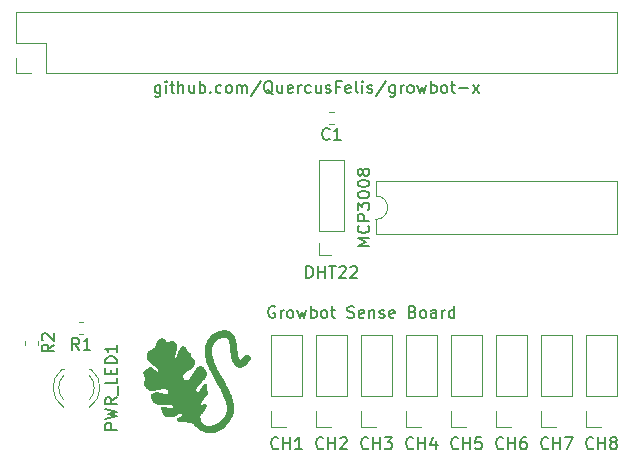
<source format=gbr>
G04 #@! TF.GenerationSoftware,KiCad,Pcbnew,5.1.5*
G04 #@! TF.CreationDate,2020-04-20T14:34:13-06:00*
G04 #@! TF.ProjectId,growbot,67726f77-626f-4742-9e6b-696361645f70,rev?*
G04 #@! TF.SameCoordinates,Original*
G04 #@! TF.FileFunction,Legend,Top*
G04 #@! TF.FilePolarity,Positive*
%FSLAX46Y46*%
G04 Gerber Fmt 4.6, Leading zero omitted, Abs format (unit mm)*
G04 Created by KiCad (PCBNEW 5.1.5) date 2020-04-20 14:34:13*
%MOMM*%
%LPD*%
G04 APERTURE LIST*
%ADD10C,0.150000*%
%ADD11C,0.010000*%
%ADD12C,0.120000*%
G04 APERTURE END LIST*
D10*
X141256666Y-104910000D02*
X141161428Y-104862380D01*
X141018571Y-104862380D01*
X140875714Y-104910000D01*
X140780476Y-105005238D01*
X140732857Y-105100476D01*
X140685238Y-105290952D01*
X140685238Y-105433809D01*
X140732857Y-105624285D01*
X140780476Y-105719523D01*
X140875714Y-105814761D01*
X141018571Y-105862380D01*
X141113809Y-105862380D01*
X141256666Y-105814761D01*
X141304285Y-105767142D01*
X141304285Y-105433809D01*
X141113809Y-105433809D01*
X141732857Y-105862380D02*
X141732857Y-105195714D01*
X141732857Y-105386190D02*
X141780476Y-105290952D01*
X141828095Y-105243333D01*
X141923333Y-105195714D01*
X142018571Y-105195714D01*
X142494761Y-105862380D02*
X142399523Y-105814761D01*
X142351904Y-105767142D01*
X142304285Y-105671904D01*
X142304285Y-105386190D01*
X142351904Y-105290952D01*
X142399523Y-105243333D01*
X142494761Y-105195714D01*
X142637619Y-105195714D01*
X142732857Y-105243333D01*
X142780476Y-105290952D01*
X142828095Y-105386190D01*
X142828095Y-105671904D01*
X142780476Y-105767142D01*
X142732857Y-105814761D01*
X142637619Y-105862380D01*
X142494761Y-105862380D01*
X143161428Y-105195714D02*
X143351904Y-105862380D01*
X143542380Y-105386190D01*
X143732857Y-105862380D01*
X143923333Y-105195714D01*
X144304285Y-105862380D02*
X144304285Y-104862380D01*
X144304285Y-105243333D02*
X144399523Y-105195714D01*
X144590000Y-105195714D01*
X144685238Y-105243333D01*
X144732857Y-105290952D01*
X144780476Y-105386190D01*
X144780476Y-105671904D01*
X144732857Y-105767142D01*
X144685238Y-105814761D01*
X144590000Y-105862380D01*
X144399523Y-105862380D01*
X144304285Y-105814761D01*
X145351904Y-105862380D02*
X145256666Y-105814761D01*
X145209047Y-105767142D01*
X145161428Y-105671904D01*
X145161428Y-105386190D01*
X145209047Y-105290952D01*
X145256666Y-105243333D01*
X145351904Y-105195714D01*
X145494761Y-105195714D01*
X145590000Y-105243333D01*
X145637619Y-105290952D01*
X145685238Y-105386190D01*
X145685238Y-105671904D01*
X145637619Y-105767142D01*
X145590000Y-105814761D01*
X145494761Y-105862380D01*
X145351904Y-105862380D01*
X145970952Y-105195714D02*
X146351904Y-105195714D01*
X146113809Y-104862380D02*
X146113809Y-105719523D01*
X146161428Y-105814761D01*
X146256666Y-105862380D01*
X146351904Y-105862380D01*
X147399523Y-105814761D02*
X147542380Y-105862380D01*
X147780476Y-105862380D01*
X147875714Y-105814761D01*
X147923333Y-105767142D01*
X147970952Y-105671904D01*
X147970952Y-105576666D01*
X147923333Y-105481428D01*
X147875714Y-105433809D01*
X147780476Y-105386190D01*
X147590000Y-105338571D01*
X147494761Y-105290952D01*
X147447142Y-105243333D01*
X147399523Y-105148095D01*
X147399523Y-105052857D01*
X147447142Y-104957619D01*
X147494761Y-104910000D01*
X147590000Y-104862380D01*
X147828095Y-104862380D01*
X147970952Y-104910000D01*
X148780476Y-105814761D02*
X148685238Y-105862380D01*
X148494761Y-105862380D01*
X148399523Y-105814761D01*
X148351904Y-105719523D01*
X148351904Y-105338571D01*
X148399523Y-105243333D01*
X148494761Y-105195714D01*
X148685238Y-105195714D01*
X148780476Y-105243333D01*
X148828095Y-105338571D01*
X148828095Y-105433809D01*
X148351904Y-105529047D01*
X149256666Y-105195714D02*
X149256666Y-105862380D01*
X149256666Y-105290952D02*
X149304285Y-105243333D01*
X149399523Y-105195714D01*
X149542380Y-105195714D01*
X149637619Y-105243333D01*
X149685238Y-105338571D01*
X149685238Y-105862380D01*
X150113809Y-105814761D02*
X150209047Y-105862380D01*
X150399523Y-105862380D01*
X150494761Y-105814761D01*
X150542380Y-105719523D01*
X150542380Y-105671904D01*
X150494761Y-105576666D01*
X150399523Y-105529047D01*
X150256666Y-105529047D01*
X150161428Y-105481428D01*
X150113809Y-105386190D01*
X150113809Y-105338571D01*
X150161428Y-105243333D01*
X150256666Y-105195714D01*
X150399523Y-105195714D01*
X150494761Y-105243333D01*
X151351904Y-105814761D02*
X151256666Y-105862380D01*
X151066190Y-105862380D01*
X150970952Y-105814761D01*
X150923333Y-105719523D01*
X150923333Y-105338571D01*
X150970952Y-105243333D01*
X151066190Y-105195714D01*
X151256666Y-105195714D01*
X151351904Y-105243333D01*
X151399523Y-105338571D01*
X151399523Y-105433809D01*
X150923333Y-105529047D01*
X152923333Y-105338571D02*
X153066190Y-105386190D01*
X153113809Y-105433809D01*
X153161428Y-105529047D01*
X153161428Y-105671904D01*
X153113809Y-105767142D01*
X153066190Y-105814761D01*
X152970952Y-105862380D01*
X152590000Y-105862380D01*
X152590000Y-104862380D01*
X152923333Y-104862380D01*
X153018571Y-104910000D01*
X153066190Y-104957619D01*
X153113809Y-105052857D01*
X153113809Y-105148095D01*
X153066190Y-105243333D01*
X153018571Y-105290952D01*
X152923333Y-105338571D01*
X152590000Y-105338571D01*
X153732857Y-105862380D02*
X153637619Y-105814761D01*
X153590000Y-105767142D01*
X153542380Y-105671904D01*
X153542380Y-105386190D01*
X153590000Y-105290952D01*
X153637619Y-105243333D01*
X153732857Y-105195714D01*
X153875714Y-105195714D01*
X153970952Y-105243333D01*
X154018571Y-105290952D01*
X154066190Y-105386190D01*
X154066190Y-105671904D01*
X154018571Y-105767142D01*
X153970952Y-105814761D01*
X153875714Y-105862380D01*
X153732857Y-105862380D01*
X154923333Y-105862380D02*
X154923333Y-105338571D01*
X154875714Y-105243333D01*
X154780476Y-105195714D01*
X154590000Y-105195714D01*
X154494761Y-105243333D01*
X154923333Y-105814761D02*
X154828095Y-105862380D01*
X154590000Y-105862380D01*
X154494761Y-105814761D01*
X154447142Y-105719523D01*
X154447142Y-105624285D01*
X154494761Y-105529047D01*
X154590000Y-105481428D01*
X154828095Y-105481428D01*
X154923333Y-105433809D01*
X155399523Y-105862380D02*
X155399523Y-105195714D01*
X155399523Y-105386190D02*
X155447142Y-105290952D01*
X155494761Y-105243333D01*
X155590000Y-105195714D01*
X155685238Y-105195714D01*
X156447142Y-105862380D02*
X156447142Y-104862380D01*
X156447142Y-105814761D02*
X156351904Y-105862380D01*
X156161428Y-105862380D01*
X156066190Y-105814761D01*
X156018571Y-105767142D01*
X155970952Y-105671904D01*
X155970952Y-105386190D01*
X156018571Y-105290952D01*
X156066190Y-105243333D01*
X156161428Y-105195714D01*
X156351904Y-105195714D01*
X156447142Y-105243333D01*
X131565714Y-86145714D02*
X131565714Y-86955238D01*
X131518095Y-87050476D01*
X131470476Y-87098095D01*
X131375238Y-87145714D01*
X131232380Y-87145714D01*
X131137142Y-87098095D01*
X131565714Y-86764761D02*
X131470476Y-86812380D01*
X131280000Y-86812380D01*
X131184761Y-86764761D01*
X131137142Y-86717142D01*
X131089523Y-86621904D01*
X131089523Y-86336190D01*
X131137142Y-86240952D01*
X131184761Y-86193333D01*
X131280000Y-86145714D01*
X131470476Y-86145714D01*
X131565714Y-86193333D01*
X132041904Y-86812380D02*
X132041904Y-86145714D01*
X132041904Y-85812380D02*
X131994285Y-85860000D01*
X132041904Y-85907619D01*
X132089523Y-85860000D01*
X132041904Y-85812380D01*
X132041904Y-85907619D01*
X132375238Y-86145714D02*
X132756190Y-86145714D01*
X132518095Y-85812380D02*
X132518095Y-86669523D01*
X132565714Y-86764761D01*
X132660952Y-86812380D01*
X132756190Y-86812380D01*
X133089523Y-86812380D02*
X133089523Y-85812380D01*
X133518095Y-86812380D02*
X133518095Y-86288571D01*
X133470476Y-86193333D01*
X133375238Y-86145714D01*
X133232380Y-86145714D01*
X133137142Y-86193333D01*
X133089523Y-86240952D01*
X134422857Y-86145714D02*
X134422857Y-86812380D01*
X133994285Y-86145714D02*
X133994285Y-86669523D01*
X134041904Y-86764761D01*
X134137142Y-86812380D01*
X134280000Y-86812380D01*
X134375238Y-86764761D01*
X134422857Y-86717142D01*
X134899047Y-86812380D02*
X134899047Y-85812380D01*
X134899047Y-86193333D02*
X134994285Y-86145714D01*
X135184761Y-86145714D01*
X135280000Y-86193333D01*
X135327619Y-86240952D01*
X135375238Y-86336190D01*
X135375238Y-86621904D01*
X135327619Y-86717142D01*
X135280000Y-86764761D01*
X135184761Y-86812380D01*
X134994285Y-86812380D01*
X134899047Y-86764761D01*
X135803809Y-86717142D02*
X135851428Y-86764761D01*
X135803809Y-86812380D01*
X135756190Y-86764761D01*
X135803809Y-86717142D01*
X135803809Y-86812380D01*
X136708571Y-86764761D02*
X136613333Y-86812380D01*
X136422857Y-86812380D01*
X136327619Y-86764761D01*
X136280000Y-86717142D01*
X136232380Y-86621904D01*
X136232380Y-86336190D01*
X136280000Y-86240952D01*
X136327619Y-86193333D01*
X136422857Y-86145714D01*
X136613333Y-86145714D01*
X136708571Y-86193333D01*
X137280000Y-86812380D02*
X137184761Y-86764761D01*
X137137142Y-86717142D01*
X137089523Y-86621904D01*
X137089523Y-86336190D01*
X137137142Y-86240952D01*
X137184761Y-86193333D01*
X137280000Y-86145714D01*
X137422857Y-86145714D01*
X137518095Y-86193333D01*
X137565714Y-86240952D01*
X137613333Y-86336190D01*
X137613333Y-86621904D01*
X137565714Y-86717142D01*
X137518095Y-86764761D01*
X137422857Y-86812380D01*
X137280000Y-86812380D01*
X138041904Y-86812380D02*
X138041904Y-86145714D01*
X138041904Y-86240952D02*
X138089523Y-86193333D01*
X138184761Y-86145714D01*
X138327619Y-86145714D01*
X138422857Y-86193333D01*
X138470476Y-86288571D01*
X138470476Y-86812380D01*
X138470476Y-86288571D02*
X138518095Y-86193333D01*
X138613333Y-86145714D01*
X138756190Y-86145714D01*
X138851428Y-86193333D01*
X138899047Y-86288571D01*
X138899047Y-86812380D01*
X140089523Y-85764761D02*
X139232380Y-87050476D01*
X141089523Y-86907619D02*
X140994285Y-86860000D01*
X140899047Y-86764761D01*
X140756190Y-86621904D01*
X140660952Y-86574285D01*
X140565714Y-86574285D01*
X140613333Y-86812380D02*
X140518095Y-86764761D01*
X140422857Y-86669523D01*
X140375238Y-86479047D01*
X140375238Y-86145714D01*
X140422857Y-85955238D01*
X140518095Y-85860000D01*
X140613333Y-85812380D01*
X140803809Y-85812380D01*
X140899047Y-85860000D01*
X140994285Y-85955238D01*
X141041904Y-86145714D01*
X141041904Y-86479047D01*
X140994285Y-86669523D01*
X140899047Y-86764761D01*
X140803809Y-86812380D01*
X140613333Y-86812380D01*
X141899047Y-86145714D02*
X141899047Y-86812380D01*
X141470476Y-86145714D02*
X141470476Y-86669523D01*
X141518095Y-86764761D01*
X141613333Y-86812380D01*
X141756190Y-86812380D01*
X141851428Y-86764761D01*
X141899047Y-86717142D01*
X142756190Y-86764761D02*
X142660952Y-86812380D01*
X142470476Y-86812380D01*
X142375238Y-86764761D01*
X142327619Y-86669523D01*
X142327619Y-86288571D01*
X142375238Y-86193333D01*
X142470476Y-86145714D01*
X142660952Y-86145714D01*
X142756190Y-86193333D01*
X142803809Y-86288571D01*
X142803809Y-86383809D01*
X142327619Y-86479047D01*
X143232380Y-86812380D02*
X143232380Y-86145714D01*
X143232380Y-86336190D02*
X143280000Y-86240952D01*
X143327619Y-86193333D01*
X143422857Y-86145714D01*
X143518095Y-86145714D01*
X144280000Y-86764761D02*
X144184761Y-86812380D01*
X143994285Y-86812380D01*
X143899047Y-86764761D01*
X143851428Y-86717142D01*
X143803809Y-86621904D01*
X143803809Y-86336190D01*
X143851428Y-86240952D01*
X143899047Y-86193333D01*
X143994285Y-86145714D01*
X144184761Y-86145714D01*
X144280000Y-86193333D01*
X145137142Y-86145714D02*
X145137142Y-86812380D01*
X144708571Y-86145714D02*
X144708571Y-86669523D01*
X144756190Y-86764761D01*
X144851428Y-86812380D01*
X144994285Y-86812380D01*
X145089523Y-86764761D01*
X145137142Y-86717142D01*
X145565714Y-86764761D02*
X145660952Y-86812380D01*
X145851428Y-86812380D01*
X145946666Y-86764761D01*
X145994285Y-86669523D01*
X145994285Y-86621904D01*
X145946666Y-86526666D01*
X145851428Y-86479047D01*
X145708571Y-86479047D01*
X145613333Y-86431428D01*
X145565714Y-86336190D01*
X145565714Y-86288571D01*
X145613333Y-86193333D01*
X145708571Y-86145714D01*
X145851428Y-86145714D01*
X145946666Y-86193333D01*
X146756190Y-86288571D02*
X146422857Y-86288571D01*
X146422857Y-86812380D02*
X146422857Y-85812380D01*
X146899047Y-85812380D01*
X147660952Y-86764761D02*
X147565714Y-86812380D01*
X147375238Y-86812380D01*
X147280000Y-86764761D01*
X147232380Y-86669523D01*
X147232380Y-86288571D01*
X147280000Y-86193333D01*
X147375238Y-86145714D01*
X147565714Y-86145714D01*
X147660952Y-86193333D01*
X147708571Y-86288571D01*
X147708571Y-86383809D01*
X147232380Y-86479047D01*
X148280000Y-86812380D02*
X148184761Y-86764761D01*
X148137142Y-86669523D01*
X148137142Y-85812380D01*
X148660952Y-86812380D02*
X148660952Y-86145714D01*
X148660952Y-85812380D02*
X148613333Y-85860000D01*
X148660952Y-85907619D01*
X148708571Y-85860000D01*
X148660952Y-85812380D01*
X148660952Y-85907619D01*
X149089523Y-86764761D02*
X149184761Y-86812380D01*
X149375238Y-86812380D01*
X149470476Y-86764761D01*
X149518095Y-86669523D01*
X149518095Y-86621904D01*
X149470476Y-86526666D01*
X149375238Y-86479047D01*
X149232380Y-86479047D01*
X149137142Y-86431428D01*
X149089523Y-86336190D01*
X149089523Y-86288571D01*
X149137142Y-86193333D01*
X149232380Y-86145714D01*
X149375238Y-86145714D01*
X149470476Y-86193333D01*
X150660952Y-85764761D02*
X149803809Y-87050476D01*
X151422857Y-86145714D02*
X151422857Y-86955238D01*
X151375238Y-87050476D01*
X151327619Y-87098095D01*
X151232380Y-87145714D01*
X151089523Y-87145714D01*
X150994285Y-87098095D01*
X151422857Y-86764761D02*
X151327619Y-86812380D01*
X151137142Y-86812380D01*
X151041904Y-86764761D01*
X150994285Y-86717142D01*
X150946666Y-86621904D01*
X150946666Y-86336190D01*
X150994285Y-86240952D01*
X151041904Y-86193333D01*
X151137142Y-86145714D01*
X151327619Y-86145714D01*
X151422857Y-86193333D01*
X151899047Y-86812380D02*
X151899047Y-86145714D01*
X151899047Y-86336190D02*
X151946666Y-86240952D01*
X151994285Y-86193333D01*
X152089523Y-86145714D01*
X152184761Y-86145714D01*
X152660952Y-86812380D02*
X152565714Y-86764761D01*
X152518095Y-86717142D01*
X152470476Y-86621904D01*
X152470476Y-86336190D01*
X152518095Y-86240952D01*
X152565714Y-86193333D01*
X152660952Y-86145714D01*
X152803809Y-86145714D01*
X152899047Y-86193333D01*
X152946666Y-86240952D01*
X152994285Y-86336190D01*
X152994285Y-86621904D01*
X152946666Y-86717142D01*
X152899047Y-86764761D01*
X152803809Y-86812380D01*
X152660952Y-86812380D01*
X153327619Y-86145714D02*
X153518095Y-86812380D01*
X153708571Y-86336190D01*
X153899047Y-86812380D01*
X154089523Y-86145714D01*
X154470476Y-86812380D02*
X154470476Y-85812380D01*
X154470476Y-86193333D02*
X154565714Y-86145714D01*
X154756190Y-86145714D01*
X154851428Y-86193333D01*
X154899047Y-86240952D01*
X154946666Y-86336190D01*
X154946666Y-86621904D01*
X154899047Y-86717142D01*
X154851428Y-86764761D01*
X154756190Y-86812380D01*
X154565714Y-86812380D01*
X154470476Y-86764761D01*
X155518095Y-86812380D02*
X155422857Y-86764761D01*
X155375238Y-86717142D01*
X155327619Y-86621904D01*
X155327619Y-86336190D01*
X155375238Y-86240952D01*
X155422857Y-86193333D01*
X155518095Y-86145714D01*
X155660952Y-86145714D01*
X155756190Y-86193333D01*
X155803809Y-86240952D01*
X155851428Y-86336190D01*
X155851428Y-86621904D01*
X155803809Y-86717142D01*
X155756190Y-86764761D01*
X155660952Y-86812380D01*
X155518095Y-86812380D01*
X156137142Y-86145714D02*
X156518095Y-86145714D01*
X156280000Y-85812380D02*
X156280000Y-86669523D01*
X156327619Y-86764761D01*
X156422857Y-86812380D01*
X156518095Y-86812380D01*
X156851428Y-86431428D02*
X157613333Y-86431428D01*
X157994285Y-86812380D02*
X158518095Y-86145714D01*
X157994285Y-86145714D02*
X158518095Y-86812380D01*
D11*
G36*
X136954856Y-106907779D02*
G01*
X137088567Y-106921498D01*
X137213685Y-106950959D01*
X137329947Y-106995951D01*
X137437086Y-107056265D01*
X137534838Y-107131688D01*
X137622937Y-107222012D01*
X137701117Y-107327025D01*
X137769115Y-107446516D01*
X137826664Y-107580275D01*
X137836589Y-107607840D01*
X137856358Y-107667185D01*
X137874120Y-107726965D01*
X137890260Y-107789266D01*
X137905165Y-107856174D01*
X137919223Y-107929778D01*
X137932821Y-108012163D01*
X137946345Y-108105416D01*
X137960182Y-108211625D01*
X137974720Y-108332875D01*
X137980733Y-108385306D01*
X137998644Y-108539021D01*
X138015681Y-108675917D01*
X138032115Y-108797132D01*
X138048219Y-108903806D01*
X138064265Y-108997078D01*
X138080525Y-109078087D01*
X138097271Y-109147971D01*
X138114774Y-109207870D01*
X138133307Y-109258923D01*
X138153142Y-109302269D01*
X138174550Y-109339046D01*
X138197804Y-109370395D01*
X138222221Y-109396539D01*
X138243694Y-109415131D01*
X138261042Y-109422818D01*
X138281713Y-109422475D01*
X138287210Y-109421646D01*
X138315368Y-109413051D01*
X138346716Y-109397847D01*
X138357460Y-109391147D01*
X138391613Y-109364521D01*
X138433498Y-109326440D01*
X138480182Y-109279944D01*
X138528732Y-109228073D01*
X138576214Y-109173864D01*
X138619696Y-109120358D01*
X138623308Y-109115688D01*
X138670803Y-109057581D01*
X138713327Y-109014303D01*
X138753421Y-108984331D01*
X138793623Y-108966141D01*
X138836474Y-108958211D01*
X138884515Y-108959016D01*
X138884538Y-108959018D01*
X138947377Y-108973222D01*
X139002832Y-109002630D01*
X139049236Y-109045385D01*
X139084927Y-109099630D01*
X139108239Y-109163508D01*
X139116709Y-109218106D01*
X139117964Y-109258788D01*
X139114614Y-109295333D01*
X139105386Y-109330779D01*
X139089005Y-109368164D01*
X139064194Y-109410524D01*
X139029679Y-109460897D01*
X138995036Y-109507923D01*
X138901337Y-109625086D01*
X138808919Y-109724981D01*
X138717008Y-109808214D01*
X138624831Y-109875393D01*
X138531616Y-109927128D01*
X138436590Y-109964025D01*
X138403460Y-109973367D01*
X138312347Y-109989627D01*
X138225552Y-109989919D01*
X138139834Y-109973908D01*
X138051952Y-109941257D01*
X138039866Y-109935613D01*
X137966814Y-109892041D01*
X137895130Y-109832510D01*
X137826666Y-109759050D01*
X137763273Y-109673690D01*
X137706800Y-109578461D01*
X137697239Y-109559883D01*
X137659510Y-109478411D01*
X137625868Y-109391562D01*
X137595940Y-109297656D01*
X137569354Y-109195013D01*
X137545741Y-109081951D01*
X137524728Y-108956791D01*
X137505945Y-108817852D01*
X137489019Y-108663454D01*
X137481436Y-108583251D01*
X137466274Y-108426049D01*
X137450582Y-108285718D01*
X137434091Y-108161136D01*
X137416531Y-108051181D01*
X137397631Y-107954731D01*
X137377122Y-107870664D01*
X137354733Y-107797859D01*
X137330195Y-107735191D01*
X137303237Y-107681541D01*
X137273590Y-107635786D01*
X137245071Y-107601172D01*
X137187062Y-107551205D01*
X137117882Y-107513854D01*
X137039081Y-107489010D01*
X136952211Y-107476560D01*
X136858819Y-107476394D01*
X136760458Y-107488400D01*
X136658676Y-107512468D01*
X136555023Y-107548485D01*
X136451050Y-107596340D01*
X136348307Y-107655923D01*
X136331831Y-107666707D01*
X136278937Y-107705432D01*
X136220549Y-107754045D01*
X136161280Y-107808236D01*
X136105742Y-107863695D01*
X136058548Y-107916111D01*
X136039448Y-107939928D01*
X135984511Y-108023806D01*
X135935675Y-108122031D01*
X135894131Y-108231636D01*
X135861069Y-108349658D01*
X135846158Y-108421296D01*
X135838316Y-108480349D01*
X135833355Y-108552293D01*
X135831264Y-108632257D01*
X135832030Y-108715372D01*
X135835641Y-108796768D01*
X135842085Y-108871573D01*
X135847367Y-108911661D01*
X135868308Y-109025025D01*
X135897450Y-109148852D01*
X135933546Y-109278292D01*
X135975343Y-109408496D01*
X135975833Y-109409925D01*
X136005388Y-109493168D01*
X136037295Y-109577307D01*
X136072129Y-109663490D01*
X136110460Y-109752866D01*
X136152861Y-109846584D01*
X136199905Y-109945791D01*
X136252164Y-110051636D01*
X136310210Y-110165267D01*
X136374615Y-110287833D01*
X136445953Y-110420481D01*
X136524795Y-110564362D01*
X136611714Y-110720622D01*
X136707281Y-110890410D01*
X136760408Y-110984116D01*
X136848369Y-111139370D01*
X136927791Y-111280557D01*
X136999381Y-111409050D01*
X137063846Y-111526219D01*
X137121893Y-111633437D01*
X137174229Y-111732074D01*
X137221561Y-111823502D01*
X137264596Y-111909094D01*
X137304041Y-111990220D01*
X137340603Y-112068251D01*
X137374989Y-112144560D01*
X137407906Y-112220518D01*
X137440062Y-112297496D01*
X137449962Y-112321721D01*
X137514005Y-112486789D01*
X137567649Y-112642330D01*
X137612093Y-112792574D01*
X137648540Y-112941749D01*
X137678189Y-113094086D01*
X137690043Y-113167488D01*
X137694198Y-113206167D01*
X137697494Y-113260717D01*
X137699853Y-113329032D01*
X137701196Y-113409005D01*
X137701489Y-113477902D01*
X137701260Y-113553195D01*
X137700560Y-113613681D01*
X137699204Y-113662542D01*
X137697000Y-113702965D01*
X137693763Y-113738133D01*
X137689303Y-113771231D01*
X137683431Y-113805445D01*
X137681518Y-113815608D01*
X137647697Y-113965617D01*
X137604764Y-114106066D01*
X137551243Y-114240210D01*
X137485662Y-114371307D01*
X137406545Y-114502612D01*
X137312417Y-114637382D01*
X137304817Y-114647580D01*
X137185162Y-114795023D01*
X137055454Y-114931651D01*
X136917048Y-115056601D01*
X136771297Y-115169011D01*
X136619558Y-115268019D01*
X136463183Y-115352764D01*
X136303528Y-115422383D01*
X136141946Y-115476015D01*
X135979794Y-115512798D01*
X135933597Y-115520086D01*
X135890096Y-115524759D01*
X135835331Y-115528409D01*
X135774131Y-115530937D01*
X135711325Y-115532245D01*
X135651743Y-115532233D01*
X135600213Y-115530804D01*
X135561564Y-115527859D01*
X135560241Y-115527693D01*
X135390957Y-115497353D01*
X135228280Y-115450348D01*
X135071961Y-115386572D01*
X134921755Y-115305920D01*
X134777416Y-115208287D01*
X134732469Y-115173475D01*
X134708201Y-115152737D01*
X134673541Y-115121224D01*
X134630680Y-115081026D01*
X134581810Y-115034231D01*
X134529124Y-114982927D01*
X134474812Y-114929203D01*
X134449047Y-114903409D01*
X134386671Y-114840945D01*
X134335063Y-114790084D01*
X134292466Y-114749506D01*
X134257126Y-114717892D01*
X134227284Y-114693923D01*
X134201186Y-114676279D01*
X134177075Y-114663643D01*
X134153195Y-114654694D01*
X134127790Y-114648113D01*
X134102642Y-114643209D01*
X134082136Y-114640958D01*
X134045830Y-114638511D01*
X133995921Y-114635957D01*
X133934601Y-114633382D01*
X133864065Y-114630876D01*
X133786507Y-114628526D01*
X133704121Y-114626421D01*
X133661764Y-114625488D01*
X133552819Y-114623052D01*
X133460010Y-114620555D01*
X133381479Y-114617852D01*
X133315365Y-114614800D01*
X133259812Y-114611253D01*
X133212958Y-114607067D01*
X133172947Y-114602097D01*
X133137919Y-114596199D01*
X133106015Y-114589228D01*
X133075376Y-114581040D01*
X133070012Y-114579473D01*
X133025228Y-114562973D01*
X132989858Y-114541199D01*
X132968790Y-114522848D01*
X132946448Y-114500342D01*
X132934380Y-114482843D01*
X132929435Y-114463373D01*
X132928466Y-114434953D01*
X132928466Y-114433495D01*
X132929946Y-114401390D01*
X132936210Y-114379078D01*
X132949991Y-114358476D01*
X132956357Y-114351012D01*
X132969471Y-114337763D01*
X132985112Y-114326451D01*
X133006478Y-114315595D01*
X133036767Y-114303717D01*
X133079175Y-114289337D01*
X133113207Y-114278437D01*
X133170325Y-114259646D01*
X133213981Y-114243351D01*
X133248193Y-114227779D01*
X133276983Y-114211159D01*
X133296449Y-114197667D01*
X133343977Y-114155456D01*
X133373557Y-114111999D01*
X133385195Y-114067277D01*
X133378897Y-114021270D01*
X133357421Y-113978027D01*
X133326021Y-113943852D01*
X133284962Y-113922995D01*
X133232298Y-113914560D01*
X133218909Y-113914282D01*
X133173551Y-113917577D01*
X133124567Y-113928009D01*
X133069810Y-113946399D01*
X133007131Y-113973569D01*
X132934383Y-114010341D01*
X132859656Y-114051679D01*
X132771458Y-114094834D01*
X132670945Y-114131432D01*
X132567868Y-114158611D01*
X132530177Y-114166206D01*
X132495043Y-114171673D01*
X132458284Y-114175327D01*
X132415713Y-114177484D01*
X132363148Y-114178458D01*
X132303138Y-114178584D01*
X132239717Y-114178175D01*
X132190634Y-114177072D01*
X132152236Y-114174975D01*
X132120870Y-114171582D01*
X132092883Y-114166590D01*
X132064622Y-114159698D01*
X132060205Y-114158501D01*
X131973576Y-114129999D01*
X131902781Y-114095984D01*
X131846292Y-114055676D01*
X131831410Y-114041746D01*
X131805346Y-114013188D01*
X131787704Y-113985910D01*
X131774063Y-113952252D01*
X131767471Y-113931015D01*
X131757700Y-113899193D01*
X131743570Y-113855119D01*
X131726631Y-113803538D01*
X131708434Y-113749193D01*
X131698789Y-113720835D01*
X131672272Y-113638737D01*
X131654191Y-113570962D01*
X131644587Y-113515918D01*
X131643502Y-113472010D01*
X131650978Y-113437647D01*
X131667057Y-113411233D01*
X131691781Y-113391176D01*
X131707649Y-113382919D01*
X131732646Y-113373390D01*
X131758962Y-113367756D01*
X131788639Y-113366372D01*
X131823719Y-113369591D01*
X131866244Y-113377767D01*
X131918256Y-113391253D01*
X131981798Y-113410403D01*
X132058911Y-113435571D01*
X132108591Y-113452360D01*
X132171961Y-113473639D01*
X132221852Y-113489486D01*
X132261645Y-113500756D01*
X132294722Y-113508304D01*
X132324466Y-113512984D01*
X132354257Y-113515651D01*
X132360522Y-113516018D01*
X132432034Y-113514319D01*
X132493186Y-113500028D01*
X132547422Y-113472098D01*
X132575319Y-113450742D01*
X132612968Y-113409173D01*
X132633450Y-113365091D01*
X132637017Y-113320507D01*
X132623921Y-113277427D01*
X132594414Y-113237860D01*
X132548747Y-113203814D01*
X132544038Y-113201189D01*
X132522031Y-113189520D01*
X132501182Y-113179588D01*
X132479884Y-113171252D01*
X132456530Y-113164372D01*
X132429513Y-113158808D01*
X132397229Y-113154420D01*
X132358069Y-113151068D01*
X132310428Y-113148611D01*
X132252700Y-113146910D01*
X132183278Y-113145824D01*
X132100556Y-113145214D01*
X132002927Y-113144939D01*
X131898250Y-113144861D01*
X131790245Y-113144769D01*
X131698532Y-113144524D01*
X131621407Y-113144079D01*
X131557166Y-113143386D01*
X131504106Y-113142397D01*
X131460525Y-113141064D01*
X131424717Y-113139340D01*
X131394981Y-113137176D01*
X131369613Y-113134525D01*
X131346909Y-113131338D01*
X131332826Y-113128966D01*
X131221549Y-113101820D01*
X131121938Y-113061686D01*
X131032357Y-113007696D01*
X130951169Y-112938982D01*
X130926350Y-112913371D01*
X130864809Y-112837917D01*
X130816227Y-112759544D01*
X130780669Y-112679900D01*
X130758201Y-112600635D01*
X130748890Y-112523398D01*
X130752802Y-112449838D01*
X130770001Y-112381604D01*
X130800556Y-112320345D01*
X130844531Y-112267710D01*
X130898884Y-112227147D01*
X130945321Y-112202730D01*
X130991493Y-112185126D01*
X131042071Y-112173195D01*
X131101724Y-112165796D01*
X131165134Y-112162141D01*
X131221957Y-112160998D01*
X131276114Y-112162284D01*
X131330576Y-112166429D01*
X131388314Y-112173866D01*
X131452300Y-112185028D01*
X131525504Y-112200347D01*
X131610898Y-112220255D01*
X131677811Y-112236726D01*
X131762186Y-112257691D01*
X131831419Y-112274535D01*
X131887777Y-112287698D01*
X131933524Y-112297619D01*
X131970926Y-112304738D01*
X132002251Y-112309492D01*
X132029762Y-112312322D01*
X132055726Y-112313667D01*
X132076282Y-112313967D01*
X132133557Y-112310225D01*
X132176908Y-112297976D01*
X132208783Y-112276183D01*
X132228733Y-112249286D01*
X132236998Y-112231397D01*
X132241683Y-112211412D01*
X132243335Y-112184495D01*
X132242502Y-112145810D01*
X132241925Y-112132773D01*
X132232064Y-112050542D01*
X132210577Y-111980384D01*
X132177123Y-111922126D01*
X132131362Y-111875594D01*
X132072953Y-111840617D01*
X132001556Y-111817022D01*
X131916831Y-111804634D01*
X131818437Y-111803283D01*
X131706034Y-111812794D01*
X131632823Y-111823461D01*
X131600023Y-111829296D01*
X131553178Y-111838197D01*
X131495836Y-111849462D01*
X131431548Y-111862385D01*
X131363863Y-111876264D01*
X131314033Y-111886661D01*
X131213719Y-111907410D01*
X131128491Y-111924196D01*
X131055968Y-111937375D01*
X130993767Y-111947303D01*
X130939506Y-111954336D01*
X130890803Y-111958830D01*
X130845274Y-111961141D01*
X130812242Y-111961655D01*
X130739159Y-111959249D01*
X130678419Y-111951078D01*
X130625020Y-111936174D01*
X130580053Y-111916681D01*
X130510163Y-111874944D01*
X130440722Y-111821323D01*
X130374548Y-111758953D01*
X130314458Y-111690969D01*
X130263270Y-111620505D01*
X130223801Y-111550695D01*
X130202227Y-111496360D01*
X130189741Y-111446970D01*
X130184689Y-111400132D01*
X130187359Y-111351395D01*
X130198035Y-111296308D01*
X130217004Y-111230418D01*
X130219911Y-111221391D01*
X130241234Y-111151140D01*
X130255348Y-111090757D01*
X130262051Y-111036256D01*
X130261140Y-110983657D01*
X130252412Y-110928974D01*
X130235666Y-110868226D01*
X130210699Y-110797428D01*
X130196500Y-110760651D01*
X130165179Y-110677177D01*
X130142496Y-110607393D01*
X130128100Y-110549400D01*
X130121640Y-110501299D01*
X130122767Y-110461189D01*
X130131128Y-110427173D01*
X130133736Y-110420706D01*
X130149127Y-110396360D01*
X130175655Y-110365553D01*
X130209601Y-110331976D01*
X130247243Y-110299320D01*
X130283195Y-110272406D01*
X130306323Y-110256949D01*
X130340236Y-110234659D01*
X130380556Y-110208395D01*
X130422907Y-110181020D01*
X130427258Y-110178220D01*
X130470618Y-110149449D01*
X130513159Y-110119677D01*
X130550126Y-110092323D01*
X130576767Y-110070808D01*
X130577765Y-110069927D01*
X130609025Y-110045202D01*
X130639766Y-110028192D01*
X130671345Y-110019460D01*
X130705119Y-110019569D01*
X130742444Y-110029081D01*
X130784677Y-110048559D01*
X130833175Y-110078565D01*
X130889296Y-110119663D01*
X130954395Y-110172415D01*
X131029829Y-110237382D01*
X131072235Y-110274971D01*
X131130309Y-110324750D01*
X131178810Y-110361513D01*
X131219437Y-110386270D01*
X131253889Y-110400030D01*
X131283864Y-110403804D01*
X131288413Y-110403544D01*
X131319625Y-110392605D01*
X131342939Y-110366558D01*
X131357525Y-110326847D01*
X131362552Y-110274915D01*
X131362552Y-110274785D01*
X131360044Y-110238148D01*
X131351955Y-110202173D01*
X131337331Y-110165812D01*
X131315217Y-110128019D01*
X131284662Y-110087748D01*
X131244710Y-110043951D01*
X131194409Y-109995582D01*
X131132804Y-109941595D01*
X131058943Y-109880941D01*
X130971872Y-109812576D01*
X130872532Y-109736879D01*
X130763544Y-109652128D01*
X130670800Y-109574382D01*
X130594069Y-109503413D01*
X130533119Y-109438995D01*
X130487717Y-109380901D01*
X130460300Y-109334544D01*
X130429687Y-109251907D01*
X130413506Y-109160275D01*
X130411862Y-109061548D01*
X130424863Y-108957621D01*
X130436301Y-108906583D01*
X130461231Y-108828067D01*
X130494347Y-108758554D01*
X130537247Y-108696411D01*
X130591532Y-108640006D01*
X130658800Y-108587706D01*
X130740652Y-108537880D01*
X130838686Y-108488894D01*
X130851185Y-108483189D01*
X130930467Y-108445360D01*
X130994202Y-108410381D01*
X131044348Y-108376927D01*
X131082861Y-108343675D01*
X131111699Y-108309298D01*
X131114746Y-108304818D01*
X131131984Y-108277723D01*
X131146981Y-108250982D01*
X131160974Y-108221582D01*
X131175196Y-108186511D01*
X131190883Y-108142756D01*
X131209269Y-108087304D01*
X131228089Y-108028255D01*
X131258848Y-107935449D01*
X131287987Y-107858510D01*
X131316709Y-107795533D01*
X131346216Y-107744613D01*
X131377710Y-107703845D01*
X131412393Y-107671323D01*
X131451467Y-107645143D01*
X131478640Y-107631160D01*
X131538353Y-107610284D01*
X131603556Y-107599356D01*
X131667952Y-107598897D01*
X131725243Y-107609429D01*
X131728493Y-107610480D01*
X131758526Y-107622103D01*
X131786871Y-107637117D01*
X131815438Y-107657266D01*
X131846137Y-107684295D01*
X131880879Y-107719950D01*
X131921575Y-107765975D01*
X131970134Y-107824114D01*
X131992724Y-107851814D01*
X132027128Y-107891607D01*
X132057381Y-107918617D01*
X132086990Y-107933475D01*
X132119466Y-107936813D01*
X132158316Y-107929266D01*
X132207051Y-107911466D01*
X132241336Y-107896645D01*
X132310798Y-107867661D01*
X132370756Y-107847637D01*
X132426498Y-107835293D01*
X132483317Y-107829347D01*
X132523577Y-107828306D01*
X132567349Y-107828963D01*
X132599317Y-107831804D01*
X132625637Y-107837892D01*
X132652465Y-107848288D01*
X132660502Y-107851929D01*
X132724867Y-107891406D01*
X132781440Y-107946187D01*
X132829462Y-108015013D01*
X132868172Y-108096624D01*
X132896812Y-108189761D01*
X132911474Y-108268180D01*
X132916331Y-108317223D01*
X132916508Y-108365788D01*
X132911455Y-108416442D01*
X132900622Y-108471750D01*
X132883459Y-108534279D01*
X132859417Y-108606594D01*
X132827945Y-108691261D01*
X132812147Y-108731710D01*
X132783763Y-108807379D01*
X132762759Y-108873735D01*
X132747675Y-108937137D01*
X132737047Y-109003943D01*
X132729413Y-109080513D01*
X132728158Y-109097000D01*
X132724050Y-109160823D01*
X132722712Y-109208942D01*
X132724733Y-109243517D01*
X132730696Y-109266706D01*
X132741187Y-109280668D01*
X132756793Y-109287561D01*
X132778100Y-109289545D01*
X132780408Y-109289556D01*
X132809685Y-109285865D01*
X132836176Y-109273883D01*
X132860703Y-109252248D01*
X132884088Y-109219598D01*
X132907151Y-109174570D01*
X132930714Y-109115803D01*
X132955599Y-109041935D01*
X132981179Y-108956648D01*
X132998677Y-108896079D01*
X133013145Y-108847635D01*
X133026105Y-108807651D01*
X133039076Y-108772462D01*
X133053579Y-108738402D01*
X133071135Y-108701808D01*
X133093263Y-108659012D01*
X133121484Y-108606352D01*
X133142939Y-108566715D01*
X133189780Y-108483404D01*
X133231990Y-108415740D01*
X133270917Y-108362395D01*
X133307913Y-108322045D01*
X133344329Y-108293365D01*
X133381515Y-108275028D01*
X133420822Y-108265709D01*
X133451560Y-108263839D01*
X133512015Y-108268897D01*
X133563144Y-108285047D01*
X133606753Y-108313748D01*
X133644644Y-108356464D01*
X133678621Y-108414654D01*
X133701405Y-108466283D01*
X133736397Y-108549696D01*
X133767851Y-108616220D01*
X133796129Y-108666532D01*
X133821593Y-108701312D01*
X133832843Y-108712619D01*
X133855138Y-108727920D01*
X133888281Y-108745670D01*
X133926051Y-108762620D01*
X133936121Y-108766593D01*
X133987811Y-108787686D01*
X134027409Y-108808306D01*
X134056659Y-108831269D01*
X134077303Y-108859393D01*
X134091084Y-108895497D01*
X134099745Y-108942397D01*
X134105030Y-109002911D01*
X134107129Y-109043042D01*
X134110934Y-109108859D01*
X134116452Y-109159538D01*
X134124994Y-109197931D01*
X134137875Y-109226891D01*
X134156409Y-109249269D01*
X134181908Y-109267920D01*
X134215686Y-109285694D01*
X134219745Y-109287616D01*
X134278173Y-109315669D01*
X134322213Y-109339223D01*
X134353992Y-109360934D01*
X134375633Y-109383456D01*
X134389262Y-109409443D01*
X134397003Y-109441552D01*
X134400982Y-109482436D01*
X134402602Y-109516084D01*
X134403540Y-109563529D01*
X134401260Y-109601635D01*
X134394743Y-109638922D01*
X134382969Y-109683909D01*
X134382202Y-109686593D01*
X134366703Y-109734984D01*
X134347229Y-109787934D01*
X134327489Y-109835480D01*
X134323603Y-109843961D01*
X134292632Y-109905091D01*
X134259488Y-109959329D01*
X134222108Y-110008654D01*
X134178428Y-110055048D01*
X134126387Y-110100490D01*
X134063922Y-110146961D01*
X133988970Y-110196441D01*
X133900198Y-110250479D01*
X133814953Y-110301615D01*
X133743786Y-110345994D01*
X133684721Y-110384991D01*
X133635785Y-110419981D01*
X133595000Y-110452338D01*
X133560393Y-110483436D01*
X133548374Y-110495288D01*
X133489543Y-110565712D01*
X133445814Y-110641878D01*
X133417993Y-110721768D01*
X133406886Y-110803369D01*
X133408011Y-110846139D01*
X133419687Y-110913881D01*
X133442053Y-110979861D01*
X133472989Y-111039675D01*
X133510375Y-111088920D01*
X133536266Y-111112521D01*
X133557805Y-111126833D01*
X133579922Y-111135311D01*
X133609138Y-111139862D01*
X133635882Y-111141661D01*
X133714422Y-111137110D01*
X133792721Y-111115403D01*
X133871013Y-111076389D01*
X133949531Y-111019917D01*
X134028508Y-110945836D01*
X134108178Y-110853993D01*
X134137114Y-110816498D01*
X134156055Y-110790103D01*
X134182736Y-110751304D01*
X134215284Y-110702911D01*
X134251826Y-110647730D01*
X134290489Y-110588572D01*
X134329129Y-110528664D01*
X134382957Y-110444916D01*
X134428654Y-110374624D01*
X134467562Y-110315939D01*
X134501019Y-110267015D01*
X134530367Y-110226006D01*
X134556946Y-110191065D01*
X134582095Y-110160344D01*
X134607156Y-110131998D01*
X134633467Y-110104179D01*
X134647652Y-110089748D01*
X134703405Y-110037321D01*
X134753749Y-109998934D01*
X134802039Y-109972913D01*
X134851631Y-109957583D01*
X134905879Y-109951266D01*
X134925708Y-109950874D01*
X134967151Y-109951754D01*
X134998040Y-109955408D01*
X135025772Y-109963353D01*
X135057743Y-109977111D01*
X135061058Y-109978675D01*
X135132232Y-110021659D01*
X135198846Y-110079696D01*
X135259308Y-110150090D01*
X135312027Y-110230147D01*
X135355414Y-110317171D01*
X135387876Y-110408466D01*
X135407824Y-110501338D01*
X135413720Y-110576202D01*
X135413162Y-110619658D01*
X135409151Y-110653871D01*
X135400123Y-110687494D01*
X135387393Y-110721932D01*
X135370400Y-110761648D01*
X135350378Y-110801365D01*
X135326228Y-110842519D01*
X135296851Y-110886548D01*
X135261147Y-110934889D01*
X135218017Y-110988980D01*
X135166363Y-111050256D01*
X135105085Y-111120156D01*
X135033083Y-111200116D01*
X134963569Y-111276046D01*
X134914798Y-111329261D01*
X134867332Y-111381500D01*
X134823317Y-111430368D01*
X134784902Y-111473466D01*
X134754233Y-111508398D01*
X134733458Y-111532766D01*
X134732083Y-111534438D01*
X134657738Y-111631608D01*
X134599817Y-111721512D01*
X134558299Y-111804193D01*
X134533166Y-111879698D01*
X134524398Y-111948070D01*
X134529302Y-111998359D01*
X134548440Y-112056394D01*
X134577793Y-112102797D01*
X134599362Y-112123628D01*
X134630358Y-112137826D01*
X134670401Y-112141812D01*
X134713749Y-112135628D01*
X134748573Y-112122573D01*
X134783087Y-112099642D01*
X134823091Y-112064209D01*
X134865490Y-112019588D01*
X134907188Y-111969092D01*
X134945090Y-111916035D01*
X134952908Y-111903877D01*
X135018005Y-111801693D01*
X135075604Y-111714404D01*
X135126629Y-111640999D01*
X135172001Y-111580470D01*
X135212643Y-111531807D01*
X135249477Y-111493999D01*
X135283424Y-111466038D01*
X135315408Y-111446914D01*
X135346351Y-111435618D01*
X135377173Y-111431139D01*
X135384890Y-111430966D01*
X135409352Y-111432576D01*
X135423132Y-111440453D01*
X135433463Y-111459168D01*
X135434905Y-111462577D01*
X135440783Y-111480489D01*
X135443640Y-111501513D01*
X135443610Y-111529968D01*
X135440831Y-111570168D01*
X135438952Y-111590792D01*
X135430623Y-111724673D01*
X135432476Y-111844831D01*
X135444624Y-111952455D01*
X135467178Y-112048732D01*
X135487181Y-112105082D01*
X135499488Y-112140433D01*
X135508018Y-112174840D01*
X135510754Y-112197864D01*
X135506817Y-112229178D01*
X135494520Y-112265797D01*
X135473139Y-112308877D01*
X135441945Y-112359574D01*
X135400213Y-112419045D01*
X135347217Y-112488446D01*
X135282230Y-112568934D01*
X135263424Y-112591646D01*
X135192161Y-112678319D01*
X135131758Y-112754175D01*
X135080687Y-112821449D01*
X135037421Y-112882377D01*
X135000432Y-112939197D01*
X134968193Y-112994142D01*
X134939177Y-113049450D01*
X134913302Y-113104149D01*
X134890641Y-113161578D01*
X134876969Y-113212631D01*
X134874155Y-113232363D01*
X134869431Y-113284455D01*
X134899689Y-113284455D01*
X134921191Y-113280157D01*
X134956725Y-113267695D01*
X135004633Y-113247718D01*
X135063258Y-113220876D01*
X135069642Y-113217841D01*
X135133428Y-113187910D01*
X135183984Y-113165470D01*
X135223971Y-113149570D01*
X135256050Y-113139257D01*
X135282884Y-113133580D01*
X135307134Y-113131588D01*
X135310968Y-113131548D01*
X135344519Y-113139256D01*
X135369469Y-113161205D01*
X135385063Y-113195442D01*
X135390545Y-113240013D01*
X135385160Y-113292964D01*
X135380810Y-113312178D01*
X135367890Y-113355239D01*
X135350321Y-113400327D01*
X135327187Y-113448957D01*
X135297572Y-113502640D01*
X135260559Y-113562889D01*
X135215231Y-113631218D01*
X135160674Y-113709139D01*
X135095969Y-113798164D01*
X135044426Y-113867529D01*
X134996441Y-113931591D01*
X134957994Y-113983408D01*
X134928039Y-114025291D01*
X134905531Y-114059550D01*
X134889425Y-114088494D01*
X134878675Y-114114433D01*
X134872237Y-114139678D01*
X134869066Y-114166537D01*
X134868115Y-114197323D01*
X134868340Y-114234343D01*
X134868569Y-114256188D01*
X134874649Y-114369977D01*
X134891054Y-114470895D01*
X134918204Y-114561091D01*
X134935854Y-114602659D01*
X134957087Y-114637602D01*
X134989980Y-114679210D01*
X135031245Y-114724126D01*
X135077597Y-114768994D01*
X135125748Y-114810455D01*
X135172414Y-114845153D01*
X135174786Y-114846741D01*
X135266280Y-114900608D01*
X135358832Y-114940283D01*
X135455700Y-114966621D01*
X135560143Y-114980478D01*
X135675416Y-114982709D01*
X135690705Y-114982215D01*
X135839592Y-114967734D01*
X135987890Y-114935832D01*
X136134552Y-114887074D01*
X136278529Y-114822026D01*
X136418773Y-114741257D01*
X136554235Y-114645333D01*
X136683868Y-114534820D01*
X136806623Y-114410286D01*
X136858635Y-114350662D01*
X136946876Y-114237429D01*
X137022046Y-114122798D01*
X137084125Y-114006005D01*
X137133093Y-113886288D01*
X137168930Y-113762884D01*
X137191616Y-113635032D01*
X137201131Y-113501968D01*
X137197456Y-113362931D01*
X137180570Y-113217157D01*
X137150453Y-113063885D01*
X137107087Y-112902352D01*
X137050450Y-112731796D01*
X136980523Y-112551455D01*
X136897286Y-112360565D01*
X136801513Y-112159965D01*
X136766726Y-112090441D01*
X136730974Y-112020357D01*
X136693378Y-111948095D01*
X136653056Y-111872036D01*
X136609128Y-111790562D01*
X136560713Y-111702055D01*
X136506931Y-111604896D01*
X136446900Y-111497467D01*
X136379741Y-111378151D01*
X136304572Y-111245329D01*
X136284825Y-111210527D01*
X136227328Y-111109212D01*
X136177743Y-111021739D01*
X136135073Y-110946315D01*
X136098326Y-110881145D01*
X136066507Y-110824434D01*
X136038621Y-110774388D01*
X136013674Y-110729212D01*
X135990671Y-110687113D01*
X135968619Y-110646296D01*
X135946522Y-110604966D01*
X135923386Y-110561328D01*
X135898218Y-110513590D01*
X135890874Y-110499630D01*
X135776466Y-110274493D01*
X135675629Y-110059775D01*
X135588014Y-109854488D01*
X135513274Y-109657648D01*
X135451059Y-109468268D01*
X135401019Y-109285364D01*
X135362808Y-109107948D01*
X135336075Y-108935036D01*
X135335448Y-108929924D01*
X135328620Y-108856157D01*
X135324251Y-108770908D01*
X135322339Y-108679457D01*
X135322887Y-108587083D01*
X135325894Y-108499066D01*
X135331360Y-108420686D01*
X135335425Y-108383517D01*
X135366712Y-108203817D01*
X135413155Y-108033630D01*
X135474558Y-107873235D01*
X135550729Y-107722912D01*
X135641473Y-107582938D01*
X135746597Y-107453593D01*
X135865907Y-107335155D01*
X135999209Y-107227905D01*
X136146310Y-107132119D01*
X136240817Y-107080419D01*
X136387840Y-107012653D01*
X136531292Y-106961842D01*
X136672575Y-106927648D01*
X136813090Y-106909731D01*
X136954238Y-106907753D01*
X136954856Y-106907779D01*
G37*
X136954856Y-106907779D02*
X137088567Y-106921498D01*
X137213685Y-106950959D01*
X137329947Y-106995951D01*
X137437086Y-107056265D01*
X137534838Y-107131688D01*
X137622937Y-107222012D01*
X137701117Y-107327025D01*
X137769115Y-107446516D01*
X137826664Y-107580275D01*
X137836589Y-107607840D01*
X137856358Y-107667185D01*
X137874120Y-107726965D01*
X137890260Y-107789266D01*
X137905165Y-107856174D01*
X137919223Y-107929778D01*
X137932821Y-108012163D01*
X137946345Y-108105416D01*
X137960182Y-108211625D01*
X137974720Y-108332875D01*
X137980733Y-108385306D01*
X137998644Y-108539021D01*
X138015681Y-108675917D01*
X138032115Y-108797132D01*
X138048219Y-108903806D01*
X138064265Y-108997078D01*
X138080525Y-109078087D01*
X138097271Y-109147971D01*
X138114774Y-109207870D01*
X138133307Y-109258923D01*
X138153142Y-109302269D01*
X138174550Y-109339046D01*
X138197804Y-109370395D01*
X138222221Y-109396539D01*
X138243694Y-109415131D01*
X138261042Y-109422818D01*
X138281713Y-109422475D01*
X138287210Y-109421646D01*
X138315368Y-109413051D01*
X138346716Y-109397847D01*
X138357460Y-109391147D01*
X138391613Y-109364521D01*
X138433498Y-109326440D01*
X138480182Y-109279944D01*
X138528732Y-109228073D01*
X138576214Y-109173864D01*
X138619696Y-109120358D01*
X138623308Y-109115688D01*
X138670803Y-109057581D01*
X138713327Y-109014303D01*
X138753421Y-108984331D01*
X138793623Y-108966141D01*
X138836474Y-108958211D01*
X138884515Y-108959016D01*
X138884538Y-108959018D01*
X138947377Y-108973222D01*
X139002832Y-109002630D01*
X139049236Y-109045385D01*
X139084927Y-109099630D01*
X139108239Y-109163508D01*
X139116709Y-109218106D01*
X139117964Y-109258788D01*
X139114614Y-109295333D01*
X139105386Y-109330779D01*
X139089005Y-109368164D01*
X139064194Y-109410524D01*
X139029679Y-109460897D01*
X138995036Y-109507923D01*
X138901337Y-109625086D01*
X138808919Y-109724981D01*
X138717008Y-109808214D01*
X138624831Y-109875393D01*
X138531616Y-109927128D01*
X138436590Y-109964025D01*
X138403460Y-109973367D01*
X138312347Y-109989627D01*
X138225552Y-109989919D01*
X138139834Y-109973908D01*
X138051952Y-109941257D01*
X138039866Y-109935613D01*
X137966814Y-109892041D01*
X137895130Y-109832510D01*
X137826666Y-109759050D01*
X137763273Y-109673690D01*
X137706800Y-109578461D01*
X137697239Y-109559883D01*
X137659510Y-109478411D01*
X137625868Y-109391562D01*
X137595940Y-109297656D01*
X137569354Y-109195013D01*
X137545741Y-109081951D01*
X137524728Y-108956791D01*
X137505945Y-108817852D01*
X137489019Y-108663454D01*
X137481436Y-108583251D01*
X137466274Y-108426049D01*
X137450582Y-108285718D01*
X137434091Y-108161136D01*
X137416531Y-108051181D01*
X137397631Y-107954731D01*
X137377122Y-107870664D01*
X137354733Y-107797859D01*
X137330195Y-107735191D01*
X137303237Y-107681541D01*
X137273590Y-107635786D01*
X137245071Y-107601172D01*
X137187062Y-107551205D01*
X137117882Y-107513854D01*
X137039081Y-107489010D01*
X136952211Y-107476560D01*
X136858819Y-107476394D01*
X136760458Y-107488400D01*
X136658676Y-107512468D01*
X136555023Y-107548485D01*
X136451050Y-107596340D01*
X136348307Y-107655923D01*
X136331831Y-107666707D01*
X136278937Y-107705432D01*
X136220549Y-107754045D01*
X136161280Y-107808236D01*
X136105742Y-107863695D01*
X136058548Y-107916111D01*
X136039448Y-107939928D01*
X135984511Y-108023806D01*
X135935675Y-108122031D01*
X135894131Y-108231636D01*
X135861069Y-108349658D01*
X135846158Y-108421296D01*
X135838316Y-108480349D01*
X135833355Y-108552293D01*
X135831264Y-108632257D01*
X135832030Y-108715372D01*
X135835641Y-108796768D01*
X135842085Y-108871573D01*
X135847367Y-108911661D01*
X135868308Y-109025025D01*
X135897450Y-109148852D01*
X135933546Y-109278292D01*
X135975343Y-109408496D01*
X135975833Y-109409925D01*
X136005388Y-109493168D01*
X136037295Y-109577307D01*
X136072129Y-109663490D01*
X136110460Y-109752866D01*
X136152861Y-109846584D01*
X136199905Y-109945791D01*
X136252164Y-110051636D01*
X136310210Y-110165267D01*
X136374615Y-110287833D01*
X136445953Y-110420481D01*
X136524795Y-110564362D01*
X136611714Y-110720622D01*
X136707281Y-110890410D01*
X136760408Y-110984116D01*
X136848369Y-111139370D01*
X136927791Y-111280557D01*
X136999381Y-111409050D01*
X137063846Y-111526219D01*
X137121893Y-111633437D01*
X137174229Y-111732074D01*
X137221561Y-111823502D01*
X137264596Y-111909094D01*
X137304041Y-111990220D01*
X137340603Y-112068251D01*
X137374989Y-112144560D01*
X137407906Y-112220518D01*
X137440062Y-112297496D01*
X137449962Y-112321721D01*
X137514005Y-112486789D01*
X137567649Y-112642330D01*
X137612093Y-112792574D01*
X137648540Y-112941749D01*
X137678189Y-113094086D01*
X137690043Y-113167488D01*
X137694198Y-113206167D01*
X137697494Y-113260717D01*
X137699853Y-113329032D01*
X137701196Y-113409005D01*
X137701489Y-113477902D01*
X137701260Y-113553195D01*
X137700560Y-113613681D01*
X137699204Y-113662542D01*
X137697000Y-113702965D01*
X137693763Y-113738133D01*
X137689303Y-113771231D01*
X137683431Y-113805445D01*
X137681518Y-113815608D01*
X137647697Y-113965617D01*
X137604764Y-114106066D01*
X137551243Y-114240210D01*
X137485662Y-114371307D01*
X137406545Y-114502612D01*
X137312417Y-114637382D01*
X137304817Y-114647580D01*
X137185162Y-114795023D01*
X137055454Y-114931651D01*
X136917048Y-115056601D01*
X136771297Y-115169011D01*
X136619558Y-115268019D01*
X136463183Y-115352764D01*
X136303528Y-115422383D01*
X136141946Y-115476015D01*
X135979794Y-115512798D01*
X135933597Y-115520086D01*
X135890096Y-115524759D01*
X135835331Y-115528409D01*
X135774131Y-115530937D01*
X135711325Y-115532245D01*
X135651743Y-115532233D01*
X135600213Y-115530804D01*
X135561564Y-115527859D01*
X135560241Y-115527693D01*
X135390957Y-115497353D01*
X135228280Y-115450348D01*
X135071961Y-115386572D01*
X134921755Y-115305920D01*
X134777416Y-115208287D01*
X134732469Y-115173475D01*
X134708201Y-115152737D01*
X134673541Y-115121224D01*
X134630680Y-115081026D01*
X134581810Y-115034231D01*
X134529124Y-114982927D01*
X134474812Y-114929203D01*
X134449047Y-114903409D01*
X134386671Y-114840945D01*
X134335063Y-114790084D01*
X134292466Y-114749506D01*
X134257126Y-114717892D01*
X134227284Y-114693923D01*
X134201186Y-114676279D01*
X134177075Y-114663643D01*
X134153195Y-114654694D01*
X134127790Y-114648113D01*
X134102642Y-114643209D01*
X134082136Y-114640958D01*
X134045830Y-114638511D01*
X133995921Y-114635957D01*
X133934601Y-114633382D01*
X133864065Y-114630876D01*
X133786507Y-114628526D01*
X133704121Y-114626421D01*
X133661764Y-114625488D01*
X133552819Y-114623052D01*
X133460010Y-114620555D01*
X133381479Y-114617852D01*
X133315365Y-114614800D01*
X133259812Y-114611253D01*
X133212958Y-114607067D01*
X133172947Y-114602097D01*
X133137919Y-114596199D01*
X133106015Y-114589228D01*
X133075376Y-114581040D01*
X133070012Y-114579473D01*
X133025228Y-114562973D01*
X132989858Y-114541199D01*
X132968790Y-114522848D01*
X132946448Y-114500342D01*
X132934380Y-114482843D01*
X132929435Y-114463373D01*
X132928466Y-114434953D01*
X132928466Y-114433495D01*
X132929946Y-114401390D01*
X132936210Y-114379078D01*
X132949991Y-114358476D01*
X132956357Y-114351012D01*
X132969471Y-114337763D01*
X132985112Y-114326451D01*
X133006478Y-114315595D01*
X133036767Y-114303717D01*
X133079175Y-114289337D01*
X133113207Y-114278437D01*
X133170325Y-114259646D01*
X133213981Y-114243351D01*
X133248193Y-114227779D01*
X133276983Y-114211159D01*
X133296449Y-114197667D01*
X133343977Y-114155456D01*
X133373557Y-114111999D01*
X133385195Y-114067277D01*
X133378897Y-114021270D01*
X133357421Y-113978027D01*
X133326021Y-113943852D01*
X133284962Y-113922995D01*
X133232298Y-113914560D01*
X133218909Y-113914282D01*
X133173551Y-113917577D01*
X133124567Y-113928009D01*
X133069810Y-113946399D01*
X133007131Y-113973569D01*
X132934383Y-114010341D01*
X132859656Y-114051679D01*
X132771458Y-114094834D01*
X132670945Y-114131432D01*
X132567868Y-114158611D01*
X132530177Y-114166206D01*
X132495043Y-114171673D01*
X132458284Y-114175327D01*
X132415713Y-114177484D01*
X132363148Y-114178458D01*
X132303138Y-114178584D01*
X132239717Y-114178175D01*
X132190634Y-114177072D01*
X132152236Y-114174975D01*
X132120870Y-114171582D01*
X132092883Y-114166590D01*
X132064622Y-114159698D01*
X132060205Y-114158501D01*
X131973576Y-114129999D01*
X131902781Y-114095984D01*
X131846292Y-114055676D01*
X131831410Y-114041746D01*
X131805346Y-114013188D01*
X131787704Y-113985910D01*
X131774063Y-113952252D01*
X131767471Y-113931015D01*
X131757700Y-113899193D01*
X131743570Y-113855119D01*
X131726631Y-113803538D01*
X131708434Y-113749193D01*
X131698789Y-113720835D01*
X131672272Y-113638737D01*
X131654191Y-113570962D01*
X131644587Y-113515918D01*
X131643502Y-113472010D01*
X131650978Y-113437647D01*
X131667057Y-113411233D01*
X131691781Y-113391176D01*
X131707649Y-113382919D01*
X131732646Y-113373390D01*
X131758962Y-113367756D01*
X131788639Y-113366372D01*
X131823719Y-113369591D01*
X131866244Y-113377767D01*
X131918256Y-113391253D01*
X131981798Y-113410403D01*
X132058911Y-113435571D01*
X132108591Y-113452360D01*
X132171961Y-113473639D01*
X132221852Y-113489486D01*
X132261645Y-113500756D01*
X132294722Y-113508304D01*
X132324466Y-113512984D01*
X132354257Y-113515651D01*
X132360522Y-113516018D01*
X132432034Y-113514319D01*
X132493186Y-113500028D01*
X132547422Y-113472098D01*
X132575319Y-113450742D01*
X132612968Y-113409173D01*
X132633450Y-113365091D01*
X132637017Y-113320507D01*
X132623921Y-113277427D01*
X132594414Y-113237860D01*
X132548747Y-113203814D01*
X132544038Y-113201189D01*
X132522031Y-113189520D01*
X132501182Y-113179588D01*
X132479884Y-113171252D01*
X132456530Y-113164372D01*
X132429513Y-113158808D01*
X132397229Y-113154420D01*
X132358069Y-113151068D01*
X132310428Y-113148611D01*
X132252700Y-113146910D01*
X132183278Y-113145824D01*
X132100556Y-113145214D01*
X132002927Y-113144939D01*
X131898250Y-113144861D01*
X131790245Y-113144769D01*
X131698532Y-113144524D01*
X131621407Y-113144079D01*
X131557166Y-113143386D01*
X131504106Y-113142397D01*
X131460525Y-113141064D01*
X131424717Y-113139340D01*
X131394981Y-113137176D01*
X131369613Y-113134525D01*
X131346909Y-113131338D01*
X131332826Y-113128966D01*
X131221549Y-113101820D01*
X131121938Y-113061686D01*
X131032357Y-113007696D01*
X130951169Y-112938982D01*
X130926350Y-112913371D01*
X130864809Y-112837917D01*
X130816227Y-112759544D01*
X130780669Y-112679900D01*
X130758201Y-112600635D01*
X130748890Y-112523398D01*
X130752802Y-112449838D01*
X130770001Y-112381604D01*
X130800556Y-112320345D01*
X130844531Y-112267710D01*
X130898884Y-112227147D01*
X130945321Y-112202730D01*
X130991493Y-112185126D01*
X131042071Y-112173195D01*
X131101724Y-112165796D01*
X131165134Y-112162141D01*
X131221957Y-112160998D01*
X131276114Y-112162284D01*
X131330576Y-112166429D01*
X131388314Y-112173866D01*
X131452300Y-112185028D01*
X131525504Y-112200347D01*
X131610898Y-112220255D01*
X131677811Y-112236726D01*
X131762186Y-112257691D01*
X131831419Y-112274535D01*
X131887777Y-112287698D01*
X131933524Y-112297619D01*
X131970926Y-112304738D01*
X132002251Y-112309492D01*
X132029762Y-112312322D01*
X132055726Y-112313667D01*
X132076282Y-112313967D01*
X132133557Y-112310225D01*
X132176908Y-112297976D01*
X132208783Y-112276183D01*
X132228733Y-112249286D01*
X132236998Y-112231397D01*
X132241683Y-112211412D01*
X132243335Y-112184495D01*
X132242502Y-112145810D01*
X132241925Y-112132773D01*
X132232064Y-112050542D01*
X132210577Y-111980384D01*
X132177123Y-111922126D01*
X132131362Y-111875594D01*
X132072953Y-111840617D01*
X132001556Y-111817022D01*
X131916831Y-111804634D01*
X131818437Y-111803283D01*
X131706034Y-111812794D01*
X131632823Y-111823461D01*
X131600023Y-111829296D01*
X131553178Y-111838197D01*
X131495836Y-111849462D01*
X131431548Y-111862385D01*
X131363863Y-111876264D01*
X131314033Y-111886661D01*
X131213719Y-111907410D01*
X131128491Y-111924196D01*
X131055968Y-111937375D01*
X130993767Y-111947303D01*
X130939506Y-111954336D01*
X130890803Y-111958830D01*
X130845274Y-111961141D01*
X130812242Y-111961655D01*
X130739159Y-111959249D01*
X130678419Y-111951078D01*
X130625020Y-111936174D01*
X130580053Y-111916681D01*
X130510163Y-111874944D01*
X130440722Y-111821323D01*
X130374548Y-111758953D01*
X130314458Y-111690969D01*
X130263270Y-111620505D01*
X130223801Y-111550695D01*
X130202227Y-111496360D01*
X130189741Y-111446970D01*
X130184689Y-111400132D01*
X130187359Y-111351395D01*
X130198035Y-111296308D01*
X130217004Y-111230418D01*
X130219911Y-111221391D01*
X130241234Y-111151140D01*
X130255348Y-111090757D01*
X130262051Y-111036256D01*
X130261140Y-110983657D01*
X130252412Y-110928974D01*
X130235666Y-110868226D01*
X130210699Y-110797428D01*
X130196500Y-110760651D01*
X130165179Y-110677177D01*
X130142496Y-110607393D01*
X130128100Y-110549400D01*
X130121640Y-110501299D01*
X130122767Y-110461189D01*
X130131128Y-110427173D01*
X130133736Y-110420706D01*
X130149127Y-110396360D01*
X130175655Y-110365553D01*
X130209601Y-110331976D01*
X130247243Y-110299320D01*
X130283195Y-110272406D01*
X130306323Y-110256949D01*
X130340236Y-110234659D01*
X130380556Y-110208395D01*
X130422907Y-110181020D01*
X130427258Y-110178220D01*
X130470618Y-110149449D01*
X130513159Y-110119677D01*
X130550126Y-110092323D01*
X130576767Y-110070808D01*
X130577765Y-110069927D01*
X130609025Y-110045202D01*
X130639766Y-110028192D01*
X130671345Y-110019460D01*
X130705119Y-110019569D01*
X130742444Y-110029081D01*
X130784677Y-110048559D01*
X130833175Y-110078565D01*
X130889296Y-110119663D01*
X130954395Y-110172415D01*
X131029829Y-110237382D01*
X131072235Y-110274971D01*
X131130309Y-110324750D01*
X131178810Y-110361513D01*
X131219437Y-110386270D01*
X131253889Y-110400030D01*
X131283864Y-110403804D01*
X131288413Y-110403544D01*
X131319625Y-110392605D01*
X131342939Y-110366558D01*
X131357525Y-110326847D01*
X131362552Y-110274915D01*
X131362552Y-110274785D01*
X131360044Y-110238148D01*
X131351955Y-110202173D01*
X131337331Y-110165812D01*
X131315217Y-110128019D01*
X131284662Y-110087748D01*
X131244710Y-110043951D01*
X131194409Y-109995582D01*
X131132804Y-109941595D01*
X131058943Y-109880941D01*
X130971872Y-109812576D01*
X130872532Y-109736879D01*
X130763544Y-109652128D01*
X130670800Y-109574382D01*
X130594069Y-109503413D01*
X130533119Y-109438995D01*
X130487717Y-109380901D01*
X130460300Y-109334544D01*
X130429687Y-109251907D01*
X130413506Y-109160275D01*
X130411862Y-109061548D01*
X130424863Y-108957621D01*
X130436301Y-108906583D01*
X130461231Y-108828067D01*
X130494347Y-108758554D01*
X130537247Y-108696411D01*
X130591532Y-108640006D01*
X130658800Y-108587706D01*
X130740652Y-108537880D01*
X130838686Y-108488894D01*
X130851185Y-108483189D01*
X130930467Y-108445360D01*
X130994202Y-108410381D01*
X131044348Y-108376927D01*
X131082861Y-108343675D01*
X131111699Y-108309298D01*
X131114746Y-108304818D01*
X131131984Y-108277723D01*
X131146981Y-108250982D01*
X131160974Y-108221582D01*
X131175196Y-108186511D01*
X131190883Y-108142756D01*
X131209269Y-108087304D01*
X131228089Y-108028255D01*
X131258848Y-107935449D01*
X131287987Y-107858510D01*
X131316709Y-107795533D01*
X131346216Y-107744613D01*
X131377710Y-107703845D01*
X131412393Y-107671323D01*
X131451467Y-107645143D01*
X131478640Y-107631160D01*
X131538353Y-107610284D01*
X131603556Y-107599356D01*
X131667952Y-107598897D01*
X131725243Y-107609429D01*
X131728493Y-107610480D01*
X131758526Y-107622103D01*
X131786871Y-107637117D01*
X131815438Y-107657266D01*
X131846137Y-107684295D01*
X131880879Y-107719950D01*
X131921575Y-107765975D01*
X131970134Y-107824114D01*
X131992724Y-107851814D01*
X132027128Y-107891607D01*
X132057381Y-107918617D01*
X132086990Y-107933475D01*
X132119466Y-107936813D01*
X132158316Y-107929266D01*
X132207051Y-107911466D01*
X132241336Y-107896645D01*
X132310798Y-107867661D01*
X132370756Y-107847637D01*
X132426498Y-107835293D01*
X132483317Y-107829347D01*
X132523577Y-107828306D01*
X132567349Y-107828963D01*
X132599317Y-107831804D01*
X132625637Y-107837892D01*
X132652465Y-107848288D01*
X132660502Y-107851929D01*
X132724867Y-107891406D01*
X132781440Y-107946187D01*
X132829462Y-108015013D01*
X132868172Y-108096624D01*
X132896812Y-108189761D01*
X132911474Y-108268180D01*
X132916331Y-108317223D01*
X132916508Y-108365788D01*
X132911455Y-108416442D01*
X132900622Y-108471750D01*
X132883459Y-108534279D01*
X132859417Y-108606594D01*
X132827945Y-108691261D01*
X132812147Y-108731710D01*
X132783763Y-108807379D01*
X132762759Y-108873735D01*
X132747675Y-108937137D01*
X132737047Y-109003943D01*
X132729413Y-109080513D01*
X132728158Y-109097000D01*
X132724050Y-109160823D01*
X132722712Y-109208942D01*
X132724733Y-109243517D01*
X132730696Y-109266706D01*
X132741187Y-109280668D01*
X132756793Y-109287561D01*
X132778100Y-109289545D01*
X132780408Y-109289556D01*
X132809685Y-109285865D01*
X132836176Y-109273883D01*
X132860703Y-109252248D01*
X132884088Y-109219598D01*
X132907151Y-109174570D01*
X132930714Y-109115803D01*
X132955599Y-109041935D01*
X132981179Y-108956648D01*
X132998677Y-108896079D01*
X133013145Y-108847635D01*
X133026105Y-108807651D01*
X133039076Y-108772462D01*
X133053579Y-108738402D01*
X133071135Y-108701808D01*
X133093263Y-108659012D01*
X133121484Y-108606352D01*
X133142939Y-108566715D01*
X133189780Y-108483404D01*
X133231990Y-108415740D01*
X133270917Y-108362395D01*
X133307913Y-108322045D01*
X133344329Y-108293365D01*
X133381515Y-108275028D01*
X133420822Y-108265709D01*
X133451560Y-108263839D01*
X133512015Y-108268897D01*
X133563144Y-108285047D01*
X133606753Y-108313748D01*
X133644644Y-108356464D01*
X133678621Y-108414654D01*
X133701405Y-108466283D01*
X133736397Y-108549696D01*
X133767851Y-108616220D01*
X133796129Y-108666532D01*
X133821593Y-108701312D01*
X133832843Y-108712619D01*
X133855138Y-108727920D01*
X133888281Y-108745670D01*
X133926051Y-108762620D01*
X133936121Y-108766593D01*
X133987811Y-108787686D01*
X134027409Y-108808306D01*
X134056659Y-108831269D01*
X134077303Y-108859393D01*
X134091084Y-108895497D01*
X134099745Y-108942397D01*
X134105030Y-109002911D01*
X134107129Y-109043042D01*
X134110934Y-109108859D01*
X134116452Y-109159538D01*
X134124994Y-109197931D01*
X134137875Y-109226891D01*
X134156409Y-109249269D01*
X134181908Y-109267920D01*
X134215686Y-109285694D01*
X134219745Y-109287616D01*
X134278173Y-109315669D01*
X134322213Y-109339223D01*
X134353992Y-109360934D01*
X134375633Y-109383456D01*
X134389262Y-109409443D01*
X134397003Y-109441552D01*
X134400982Y-109482436D01*
X134402602Y-109516084D01*
X134403540Y-109563529D01*
X134401260Y-109601635D01*
X134394743Y-109638922D01*
X134382969Y-109683909D01*
X134382202Y-109686593D01*
X134366703Y-109734984D01*
X134347229Y-109787934D01*
X134327489Y-109835480D01*
X134323603Y-109843961D01*
X134292632Y-109905091D01*
X134259488Y-109959329D01*
X134222108Y-110008654D01*
X134178428Y-110055048D01*
X134126387Y-110100490D01*
X134063922Y-110146961D01*
X133988970Y-110196441D01*
X133900198Y-110250479D01*
X133814953Y-110301615D01*
X133743786Y-110345994D01*
X133684721Y-110384991D01*
X133635785Y-110419981D01*
X133595000Y-110452338D01*
X133560393Y-110483436D01*
X133548374Y-110495288D01*
X133489543Y-110565712D01*
X133445814Y-110641878D01*
X133417993Y-110721768D01*
X133406886Y-110803369D01*
X133408011Y-110846139D01*
X133419687Y-110913881D01*
X133442053Y-110979861D01*
X133472989Y-111039675D01*
X133510375Y-111088920D01*
X133536266Y-111112521D01*
X133557805Y-111126833D01*
X133579922Y-111135311D01*
X133609138Y-111139862D01*
X133635882Y-111141661D01*
X133714422Y-111137110D01*
X133792721Y-111115403D01*
X133871013Y-111076389D01*
X133949531Y-111019917D01*
X134028508Y-110945836D01*
X134108178Y-110853993D01*
X134137114Y-110816498D01*
X134156055Y-110790103D01*
X134182736Y-110751304D01*
X134215284Y-110702911D01*
X134251826Y-110647730D01*
X134290489Y-110588572D01*
X134329129Y-110528664D01*
X134382957Y-110444916D01*
X134428654Y-110374624D01*
X134467562Y-110315939D01*
X134501019Y-110267015D01*
X134530367Y-110226006D01*
X134556946Y-110191065D01*
X134582095Y-110160344D01*
X134607156Y-110131998D01*
X134633467Y-110104179D01*
X134647652Y-110089748D01*
X134703405Y-110037321D01*
X134753749Y-109998934D01*
X134802039Y-109972913D01*
X134851631Y-109957583D01*
X134905879Y-109951266D01*
X134925708Y-109950874D01*
X134967151Y-109951754D01*
X134998040Y-109955408D01*
X135025772Y-109963353D01*
X135057743Y-109977111D01*
X135061058Y-109978675D01*
X135132232Y-110021659D01*
X135198846Y-110079696D01*
X135259308Y-110150090D01*
X135312027Y-110230147D01*
X135355414Y-110317171D01*
X135387876Y-110408466D01*
X135407824Y-110501338D01*
X135413720Y-110576202D01*
X135413162Y-110619658D01*
X135409151Y-110653871D01*
X135400123Y-110687494D01*
X135387393Y-110721932D01*
X135370400Y-110761648D01*
X135350378Y-110801365D01*
X135326228Y-110842519D01*
X135296851Y-110886548D01*
X135261147Y-110934889D01*
X135218017Y-110988980D01*
X135166363Y-111050256D01*
X135105085Y-111120156D01*
X135033083Y-111200116D01*
X134963569Y-111276046D01*
X134914798Y-111329261D01*
X134867332Y-111381500D01*
X134823317Y-111430368D01*
X134784902Y-111473466D01*
X134754233Y-111508398D01*
X134733458Y-111532766D01*
X134732083Y-111534438D01*
X134657738Y-111631608D01*
X134599817Y-111721512D01*
X134558299Y-111804193D01*
X134533166Y-111879698D01*
X134524398Y-111948070D01*
X134529302Y-111998359D01*
X134548440Y-112056394D01*
X134577793Y-112102797D01*
X134599362Y-112123628D01*
X134630358Y-112137826D01*
X134670401Y-112141812D01*
X134713749Y-112135628D01*
X134748573Y-112122573D01*
X134783087Y-112099642D01*
X134823091Y-112064209D01*
X134865490Y-112019588D01*
X134907188Y-111969092D01*
X134945090Y-111916035D01*
X134952908Y-111903877D01*
X135018005Y-111801693D01*
X135075604Y-111714404D01*
X135126629Y-111640999D01*
X135172001Y-111580470D01*
X135212643Y-111531807D01*
X135249477Y-111493999D01*
X135283424Y-111466038D01*
X135315408Y-111446914D01*
X135346351Y-111435618D01*
X135377173Y-111431139D01*
X135384890Y-111430966D01*
X135409352Y-111432576D01*
X135423132Y-111440453D01*
X135433463Y-111459168D01*
X135434905Y-111462577D01*
X135440783Y-111480489D01*
X135443640Y-111501513D01*
X135443610Y-111529968D01*
X135440831Y-111570168D01*
X135438952Y-111590792D01*
X135430623Y-111724673D01*
X135432476Y-111844831D01*
X135444624Y-111952455D01*
X135467178Y-112048732D01*
X135487181Y-112105082D01*
X135499488Y-112140433D01*
X135508018Y-112174840D01*
X135510754Y-112197864D01*
X135506817Y-112229178D01*
X135494520Y-112265797D01*
X135473139Y-112308877D01*
X135441945Y-112359574D01*
X135400213Y-112419045D01*
X135347217Y-112488446D01*
X135282230Y-112568934D01*
X135263424Y-112591646D01*
X135192161Y-112678319D01*
X135131758Y-112754175D01*
X135080687Y-112821449D01*
X135037421Y-112882377D01*
X135000432Y-112939197D01*
X134968193Y-112994142D01*
X134939177Y-113049450D01*
X134913302Y-113104149D01*
X134890641Y-113161578D01*
X134876969Y-113212631D01*
X134874155Y-113232363D01*
X134869431Y-113284455D01*
X134899689Y-113284455D01*
X134921191Y-113280157D01*
X134956725Y-113267695D01*
X135004633Y-113247718D01*
X135063258Y-113220876D01*
X135069642Y-113217841D01*
X135133428Y-113187910D01*
X135183984Y-113165470D01*
X135223971Y-113149570D01*
X135256050Y-113139257D01*
X135282884Y-113133580D01*
X135307134Y-113131588D01*
X135310968Y-113131548D01*
X135344519Y-113139256D01*
X135369469Y-113161205D01*
X135385063Y-113195442D01*
X135390545Y-113240013D01*
X135385160Y-113292964D01*
X135380810Y-113312178D01*
X135367890Y-113355239D01*
X135350321Y-113400327D01*
X135327187Y-113448957D01*
X135297572Y-113502640D01*
X135260559Y-113562889D01*
X135215231Y-113631218D01*
X135160674Y-113709139D01*
X135095969Y-113798164D01*
X135044426Y-113867529D01*
X134996441Y-113931591D01*
X134957994Y-113983408D01*
X134928039Y-114025291D01*
X134905531Y-114059550D01*
X134889425Y-114088494D01*
X134878675Y-114114433D01*
X134872237Y-114139678D01*
X134869066Y-114166537D01*
X134868115Y-114197323D01*
X134868340Y-114234343D01*
X134868569Y-114256188D01*
X134874649Y-114369977D01*
X134891054Y-114470895D01*
X134918204Y-114561091D01*
X134935854Y-114602659D01*
X134957087Y-114637602D01*
X134989980Y-114679210D01*
X135031245Y-114724126D01*
X135077597Y-114768994D01*
X135125748Y-114810455D01*
X135172414Y-114845153D01*
X135174786Y-114846741D01*
X135266280Y-114900608D01*
X135358832Y-114940283D01*
X135455700Y-114966621D01*
X135560143Y-114980478D01*
X135675416Y-114982709D01*
X135690705Y-114982215D01*
X135839592Y-114967734D01*
X135987890Y-114935832D01*
X136134552Y-114887074D01*
X136278529Y-114822026D01*
X136418773Y-114741257D01*
X136554235Y-114645333D01*
X136683868Y-114534820D01*
X136806623Y-114410286D01*
X136858635Y-114350662D01*
X136946876Y-114237429D01*
X137022046Y-114122798D01*
X137084125Y-114006005D01*
X137133093Y-113886288D01*
X137168930Y-113762884D01*
X137191616Y-113635032D01*
X137201131Y-113501968D01*
X137197456Y-113362931D01*
X137180570Y-113217157D01*
X137150453Y-113063885D01*
X137107087Y-112902352D01*
X137050450Y-112731796D01*
X136980523Y-112551455D01*
X136897286Y-112360565D01*
X136801513Y-112159965D01*
X136766726Y-112090441D01*
X136730974Y-112020357D01*
X136693378Y-111948095D01*
X136653056Y-111872036D01*
X136609128Y-111790562D01*
X136560713Y-111702055D01*
X136506931Y-111604896D01*
X136446900Y-111497467D01*
X136379741Y-111378151D01*
X136304572Y-111245329D01*
X136284825Y-111210527D01*
X136227328Y-111109212D01*
X136177743Y-111021739D01*
X136135073Y-110946315D01*
X136098326Y-110881145D01*
X136066507Y-110824434D01*
X136038621Y-110774388D01*
X136013674Y-110729212D01*
X135990671Y-110687113D01*
X135968619Y-110646296D01*
X135946522Y-110604966D01*
X135923386Y-110561328D01*
X135898218Y-110513590D01*
X135890874Y-110499630D01*
X135776466Y-110274493D01*
X135675629Y-110059775D01*
X135588014Y-109854488D01*
X135513274Y-109657648D01*
X135451059Y-109468268D01*
X135401019Y-109285364D01*
X135362808Y-109107948D01*
X135336075Y-108935036D01*
X135335448Y-108929924D01*
X135328620Y-108856157D01*
X135324251Y-108770908D01*
X135322339Y-108679457D01*
X135322887Y-108587083D01*
X135325894Y-108499066D01*
X135331360Y-108420686D01*
X135335425Y-108383517D01*
X135366712Y-108203817D01*
X135413155Y-108033630D01*
X135474558Y-107873235D01*
X135550729Y-107722912D01*
X135641473Y-107582938D01*
X135746597Y-107453593D01*
X135865907Y-107335155D01*
X135999209Y-107227905D01*
X136146310Y-107132119D01*
X136240817Y-107080419D01*
X136387840Y-107012653D01*
X136531292Y-106961842D01*
X136672575Y-106927648D01*
X136813090Y-106909731D01*
X136954238Y-106907753D01*
X136954856Y-106907779D01*
D12*
X149800000Y-94270000D02*
X149800000Y-95520000D01*
X170240000Y-94270000D02*
X149800000Y-94270000D01*
X170240000Y-98770000D02*
X170240000Y-94270000D01*
X149800000Y-98770000D02*
X170240000Y-98770000D01*
X149800000Y-97520000D02*
X149800000Y-98770000D01*
X149800000Y-95520000D02*
G75*
G02X149800000Y-97520000I0J-1000000D01*
G01*
X146050000Y-100565000D02*
X144990000Y-100565000D01*
X144990000Y-100565000D02*
X144990000Y-99505000D01*
X144990000Y-98505000D02*
X144990000Y-92445000D01*
X147110000Y-92445000D02*
X144990000Y-92445000D01*
X147110000Y-98505000D02*
X147110000Y-92445000D01*
X147110000Y-98505000D02*
X144990000Y-98505000D01*
X120140000Y-107778733D02*
X120140000Y-108121267D01*
X121160000Y-107778733D02*
X121160000Y-108121267D01*
X146221267Y-88390000D02*
X145878733Y-88390000D01*
X146221267Y-89410000D02*
X145878733Y-89410000D01*
X119320000Y-85150000D02*
X119320000Y-83820000D01*
X120650000Y-85150000D02*
X119320000Y-85150000D01*
X119320000Y-82550000D02*
X119320000Y-79950000D01*
X121920000Y-82550000D02*
X119320000Y-82550000D01*
X121920000Y-85150000D02*
X121920000Y-82550000D01*
X119320000Y-79950000D02*
X170240000Y-79950000D01*
X121920000Y-85150000D02*
X170240000Y-85150000D01*
X170240000Y-85150000D02*
X170240000Y-79950000D01*
X125026267Y-106170000D02*
X124683733Y-106170000D01*
X125026267Y-107190000D02*
X124683733Y-107190000D01*
X123380000Y-110200000D02*
X123224000Y-110200000D01*
X125696000Y-110200000D02*
X125540000Y-110200000D01*
X123380163Y-112801130D02*
G75*
G02X123380000Y-110719039I1079837J1041130D01*
G01*
X125539837Y-112801130D02*
G75*
G03X125540000Y-110719039I-1079837J1041130D01*
G01*
X123381392Y-113432335D02*
G75*
G02X123224484Y-110200000I1078608J1672335D01*
G01*
X125538608Y-113432335D02*
G75*
G03X125695516Y-110200000I-1078608J1672335D01*
G01*
X168910000Y-115074999D02*
X167580000Y-115074999D01*
X167580000Y-115074999D02*
X167580000Y-113744999D01*
X167580000Y-112474999D02*
X167580000Y-107334999D01*
X170240000Y-107334999D02*
X167580000Y-107334999D01*
X170240000Y-112474999D02*
X170240000Y-107334999D01*
X170240000Y-112474999D02*
X167580000Y-112474999D01*
X165100000Y-115074999D02*
X163770000Y-115074999D01*
X163770000Y-115074999D02*
X163770000Y-113744999D01*
X163770000Y-112474999D02*
X163770000Y-107334999D01*
X166430000Y-107334999D02*
X163770000Y-107334999D01*
X166430000Y-112474999D02*
X166430000Y-107334999D01*
X166430000Y-112474999D02*
X163770000Y-112474999D01*
X161290000Y-115074999D02*
X159960000Y-115074999D01*
X159960000Y-115074999D02*
X159960000Y-113744999D01*
X159960000Y-112474999D02*
X159960000Y-107334999D01*
X162620000Y-107334999D02*
X159960000Y-107334999D01*
X162620000Y-112474999D02*
X162620000Y-107334999D01*
X162620000Y-112474999D02*
X159960000Y-112474999D01*
X157480000Y-115074999D02*
X156150000Y-115074999D01*
X156150000Y-115074999D02*
X156150000Y-113744999D01*
X156150000Y-112474999D02*
X156150000Y-107334999D01*
X158810000Y-107334999D02*
X156150000Y-107334999D01*
X158810000Y-112474999D02*
X158810000Y-107334999D01*
X158810000Y-112474999D02*
X156150000Y-112474999D01*
X153670000Y-115074999D02*
X152340000Y-115074999D01*
X152340000Y-115074999D02*
X152340000Y-113744999D01*
X152340000Y-112474999D02*
X152340000Y-107334999D01*
X155000000Y-107334999D02*
X152340000Y-107334999D01*
X155000000Y-112474999D02*
X155000000Y-107334999D01*
X155000000Y-112474999D02*
X152340000Y-112474999D01*
X149860000Y-115074999D02*
X148530000Y-115074999D01*
X148530000Y-115074999D02*
X148530000Y-113744999D01*
X148530000Y-112474999D02*
X148530000Y-107334999D01*
X151190000Y-107334999D02*
X148530000Y-107334999D01*
X151190000Y-112474999D02*
X151190000Y-107334999D01*
X151190000Y-112474999D02*
X148530000Y-112474999D01*
X146050000Y-115074999D02*
X144720000Y-115074999D01*
X144720000Y-115074999D02*
X144720000Y-113744999D01*
X144720000Y-112474999D02*
X144720000Y-107334999D01*
X147380000Y-107334999D02*
X144720000Y-107334999D01*
X147380000Y-112474999D02*
X147380000Y-107334999D01*
X147380000Y-112474999D02*
X144720000Y-112474999D01*
X143570000Y-112474999D02*
X140910000Y-112474999D01*
X143570000Y-112474999D02*
X143570000Y-107334999D01*
X143570000Y-107334999D02*
X140910000Y-107334999D01*
X140910000Y-112474999D02*
X140910000Y-107334999D01*
X140910000Y-115074999D02*
X140910000Y-113744999D01*
X142240000Y-115074999D02*
X140910000Y-115074999D01*
D10*
X149252380Y-99758095D02*
X148252380Y-99758095D01*
X148966666Y-99424761D01*
X148252380Y-99091428D01*
X149252380Y-99091428D01*
X149157142Y-98043809D02*
X149204761Y-98091428D01*
X149252380Y-98234285D01*
X149252380Y-98329523D01*
X149204761Y-98472380D01*
X149109523Y-98567619D01*
X149014285Y-98615238D01*
X148823809Y-98662857D01*
X148680952Y-98662857D01*
X148490476Y-98615238D01*
X148395238Y-98567619D01*
X148300000Y-98472380D01*
X148252380Y-98329523D01*
X148252380Y-98234285D01*
X148300000Y-98091428D01*
X148347619Y-98043809D01*
X149252380Y-97615238D02*
X148252380Y-97615238D01*
X148252380Y-97234285D01*
X148300000Y-97139047D01*
X148347619Y-97091428D01*
X148442857Y-97043809D01*
X148585714Y-97043809D01*
X148680952Y-97091428D01*
X148728571Y-97139047D01*
X148776190Y-97234285D01*
X148776190Y-97615238D01*
X148252380Y-96710476D02*
X148252380Y-96091428D01*
X148633333Y-96424761D01*
X148633333Y-96281904D01*
X148680952Y-96186666D01*
X148728571Y-96139047D01*
X148823809Y-96091428D01*
X149061904Y-96091428D01*
X149157142Y-96139047D01*
X149204761Y-96186666D01*
X149252380Y-96281904D01*
X149252380Y-96567619D01*
X149204761Y-96662857D01*
X149157142Y-96710476D01*
X148252380Y-95472380D02*
X148252380Y-95377142D01*
X148300000Y-95281904D01*
X148347619Y-95234285D01*
X148442857Y-95186666D01*
X148633333Y-95139047D01*
X148871428Y-95139047D01*
X149061904Y-95186666D01*
X149157142Y-95234285D01*
X149204761Y-95281904D01*
X149252380Y-95377142D01*
X149252380Y-95472380D01*
X149204761Y-95567619D01*
X149157142Y-95615238D01*
X149061904Y-95662857D01*
X148871428Y-95710476D01*
X148633333Y-95710476D01*
X148442857Y-95662857D01*
X148347619Y-95615238D01*
X148300000Y-95567619D01*
X148252380Y-95472380D01*
X148252380Y-94520000D02*
X148252380Y-94424761D01*
X148300000Y-94329523D01*
X148347619Y-94281904D01*
X148442857Y-94234285D01*
X148633333Y-94186666D01*
X148871428Y-94186666D01*
X149061904Y-94234285D01*
X149157142Y-94281904D01*
X149204761Y-94329523D01*
X149252380Y-94424761D01*
X149252380Y-94520000D01*
X149204761Y-94615238D01*
X149157142Y-94662857D01*
X149061904Y-94710476D01*
X148871428Y-94758095D01*
X148633333Y-94758095D01*
X148442857Y-94710476D01*
X148347619Y-94662857D01*
X148300000Y-94615238D01*
X148252380Y-94520000D01*
X148680952Y-93615238D02*
X148633333Y-93710476D01*
X148585714Y-93758095D01*
X148490476Y-93805714D01*
X148442857Y-93805714D01*
X148347619Y-93758095D01*
X148300000Y-93710476D01*
X148252380Y-93615238D01*
X148252380Y-93424761D01*
X148300000Y-93329523D01*
X148347619Y-93281904D01*
X148442857Y-93234285D01*
X148490476Y-93234285D01*
X148585714Y-93281904D01*
X148633333Y-93329523D01*
X148680952Y-93424761D01*
X148680952Y-93615238D01*
X148728571Y-93710476D01*
X148776190Y-93758095D01*
X148871428Y-93805714D01*
X149061904Y-93805714D01*
X149157142Y-93758095D01*
X149204761Y-93710476D01*
X149252380Y-93615238D01*
X149252380Y-93424761D01*
X149204761Y-93329523D01*
X149157142Y-93281904D01*
X149061904Y-93234285D01*
X148871428Y-93234285D01*
X148776190Y-93281904D01*
X148728571Y-93329523D01*
X148680952Y-93424761D01*
X143930952Y-102457380D02*
X143930952Y-101457380D01*
X144169047Y-101457380D01*
X144311904Y-101505000D01*
X144407142Y-101600238D01*
X144454761Y-101695476D01*
X144502380Y-101885952D01*
X144502380Y-102028809D01*
X144454761Y-102219285D01*
X144407142Y-102314523D01*
X144311904Y-102409761D01*
X144169047Y-102457380D01*
X143930952Y-102457380D01*
X144930952Y-102457380D02*
X144930952Y-101457380D01*
X144930952Y-101933571D02*
X145502380Y-101933571D01*
X145502380Y-102457380D02*
X145502380Y-101457380D01*
X145835714Y-101457380D02*
X146407142Y-101457380D01*
X146121428Y-102457380D02*
X146121428Y-101457380D01*
X146692857Y-101552619D02*
X146740476Y-101505000D01*
X146835714Y-101457380D01*
X147073809Y-101457380D01*
X147169047Y-101505000D01*
X147216666Y-101552619D01*
X147264285Y-101647857D01*
X147264285Y-101743095D01*
X147216666Y-101885952D01*
X146645238Y-102457380D01*
X147264285Y-102457380D01*
X147645238Y-101552619D02*
X147692857Y-101505000D01*
X147788095Y-101457380D01*
X148026190Y-101457380D01*
X148121428Y-101505000D01*
X148169047Y-101552619D01*
X148216666Y-101647857D01*
X148216666Y-101743095D01*
X148169047Y-101885952D01*
X147597619Y-102457380D01*
X148216666Y-102457380D01*
X122532380Y-108116666D02*
X122056190Y-108450000D01*
X122532380Y-108688095D02*
X121532380Y-108688095D01*
X121532380Y-108307142D01*
X121580000Y-108211904D01*
X121627619Y-108164285D01*
X121722857Y-108116666D01*
X121865714Y-108116666D01*
X121960952Y-108164285D01*
X122008571Y-108211904D01*
X122056190Y-108307142D01*
X122056190Y-108688095D01*
X121627619Y-107735714D02*
X121580000Y-107688095D01*
X121532380Y-107592857D01*
X121532380Y-107354761D01*
X121580000Y-107259523D01*
X121627619Y-107211904D01*
X121722857Y-107164285D01*
X121818095Y-107164285D01*
X121960952Y-107211904D01*
X122532380Y-107783333D01*
X122532380Y-107164285D01*
X145883333Y-90687142D02*
X145835714Y-90734761D01*
X145692857Y-90782380D01*
X145597619Y-90782380D01*
X145454761Y-90734761D01*
X145359523Y-90639523D01*
X145311904Y-90544285D01*
X145264285Y-90353809D01*
X145264285Y-90210952D01*
X145311904Y-90020476D01*
X145359523Y-89925238D01*
X145454761Y-89830000D01*
X145597619Y-89782380D01*
X145692857Y-89782380D01*
X145835714Y-89830000D01*
X145883333Y-89877619D01*
X146835714Y-90782380D02*
X146264285Y-90782380D01*
X146550000Y-90782380D02*
X146550000Y-89782380D01*
X146454761Y-89925238D01*
X146359523Y-90020476D01*
X146264285Y-90068095D01*
X124688333Y-108562380D02*
X124355000Y-108086190D01*
X124116904Y-108562380D02*
X124116904Y-107562380D01*
X124497857Y-107562380D01*
X124593095Y-107610000D01*
X124640714Y-107657619D01*
X124688333Y-107752857D01*
X124688333Y-107895714D01*
X124640714Y-107990952D01*
X124593095Y-108038571D01*
X124497857Y-108086190D01*
X124116904Y-108086190D01*
X125640714Y-108562380D02*
X125069285Y-108562380D01*
X125355000Y-108562380D02*
X125355000Y-107562380D01*
X125259761Y-107705238D01*
X125164523Y-107800476D01*
X125069285Y-107848095D01*
X127872380Y-115307619D02*
X126872380Y-115307619D01*
X126872380Y-114926666D01*
X126920000Y-114831428D01*
X126967619Y-114783809D01*
X127062857Y-114736190D01*
X127205714Y-114736190D01*
X127300952Y-114783809D01*
X127348571Y-114831428D01*
X127396190Y-114926666D01*
X127396190Y-115307619D01*
X126872380Y-114402857D02*
X127872380Y-114164761D01*
X127158095Y-113974285D01*
X127872380Y-113783809D01*
X126872380Y-113545714D01*
X127872380Y-112593333D02*
X127396190Y-112926666D01*
X127872380Y-113164761D02*
X126872380Y-113164761D01*
X126872380Y-112783809D01*
X126920000Y-112688571D01*
X126967619Y-112640952D01*
X127062857Y-112593333D01*
X127205714Y-112593333D01*
X127300952Y-112640952D01*
X127348571Y-112688571D01*
X127396190Y-112783809D01*
X127396190Y-113164761D01*
X127967619Y-112402857D02*
X127967619Y-111640952D01*
X127872380Y-110926666D02*
X127872380Y-111402857D01*
X126872380Y-111402857D01*
X127348571Y-110593333D02*
X127348571Y-110260000D01*
X127872380Y-110117142D02*
X127872380Y-110593333D01*
X126872380Y-110593333D01*
X126872380Y-110117142D01*
X127872380Y-109688571D02*
X126872380Y-109688571D01*
X126872380Y-109450476D01*
X126920000Y-109307619D01*
X127015238Y-109212380D01*
X127110476Y-109164761D01*
X127300952Y-109117142D01*
X127443809Y-109117142D01*
X127634285Y-109164761D01*
X127729523Y-109212380D01*
X127824761Y-109307619D01*
X127872380Y-109450476D01*
X127872380Y-109688571D01*
X127872380Y-108164761D02*
X127872380Y-108736190D01*
X127872380Y-108450476D02*
X126872380Y-108450476D01*
X127015238Y-108545714D01*
X127110476Y-108640952D01*
X127158095Y-108736190D01*
X168219523Y-116872141D02*
X168171904Y-116919760D01*
X168029047Y-116967379D01*
X167933809Y-116967379D01*
X167790952Y-116919760D01*
X167695714Y-116824522D01*
X167648095Y-116729284D01*
X167600476Y-116538808D01*
X167600476Y-116395951D01*
X167648095Y-116205475D01*
X167695714Y-116110237D01*
X167790952Y-116014999D01*
X167933809Y-115967379D01*
X168029047Y-115967379D01*
X168171904Y-116014999D01*
X168219523Y-116062618D01*
X168648095Y-116967379D02*
X168648095Y-115967379D01*
X168648095Y-116443570D02*
X169219523Y-116443570D01*
X169219523Y-116967379D02*
X169219523Y-115967379D01*
X169838571Y-116395951D02*
X169743333Y-116348332D01*
X169695714Y-116300713D01*
X169648095Y-116205475D01*
X169648095Y-116157856D01*
X169695714Y-116062618D01*
X169743333Y-116014999D01*
X169838571Y-115967379D01*
X170029047Y-115967379D01*
X170124285Y-116014999D01*
X170171904Y-116062618D01*
X170219523Y-116157856D01*
X170219523Y-116205475D01*
X170171904Y-116300713D01*
X170124285Y-116348332D01*
X170029047Y-116395951D01*
X169838571Y-116395951D01*
X169743333Y-116443570D01*
X169695714Y-116491189D01*
X169648095Y-116586427D01*
X169648095Y-116776903D01*
X169695714Y-116872141D01*
X169743333Y-116919760D01*
X169838571Y-116967379D01*
X170029047Y-116967379D01*
X170124285Y-116919760D01*
X170171904Y-116872141D01*
X170219523Y-116776903D01*
X170219523Y-116586427D01*
X170171904Y-116491189D01*
X170124285Y-116443570D01*
X170029047Y-116395951D01*
X164409523Y-116872141D02*
X164361904Y-116919760D01*
X164219047Y-116967379D01*
X164123809Y-116967379D01*
X163980952Y-116919760D01*
X163885714Y-116824522D01*
X163838095Y-116729284D01*
X163790476Y-116538808D01*
X163790476Y-116395951D01*
X163838095Y-116205475D01*
X163885714Y-116110237D01*
X163980952Y-116014999D01*
X164123809Y-115967379D01*
X164219047Y-115967379D01*
X164361904Y-116014999D01*
X164409523Y-116062618D01*
X164838095Y-116967379D02*
X164838095Y-115967379D01*
X164838095Y-116443570D02*
X165409523Y-116443570D01*
X165409523Y-116967379D02*
X165409523Y-115967379D01*
X165790476Y-115967379D02*
X166457142Y-115967379D01*
X166028571Y-116967379D01*
X160599523Y-116872141D02*
X160551904Y-116919760D01*
X160409047Y-116967379D01*
X160313809Y-116967379D01*
X160170952Y-116919760D01*
X160075714Y-116824522D01*
X160028095Y-116729284D01*
X159980476Y-116538808D01*
X159980476Y-116395951D01*
X160028095Y-116205475D01*
X160075714Y-116110237D01*
X160170952Y-116014999D01*
X160313809Y-115967379D01*
X160409047Y-115967379D01*
X160551904Y-116014999D01*
X160599523Y-116062618D01*
X161028095Y-116967379D02*
X161028095Y-115967379D01*
X161028095Y-116443570D02*
X161599523Y-116443570D01*
X161599523Y-116967379D02*
X161599523Y-115967379D01*
X162504285Y-115967379D02*
X162313809Y-115967379D01*
X162218571Y-116014999D01*
X162170952Y-116062618D01*
X162075714Y-116205475D01*
X162028095Y-116395951D01*
X162028095Y-116776903D01*
X162075714Y-116872141D01*
X162123333Y-116919760D01*
X162218571Y-116967379D01*
X162409047Y-116967379D01*
X162504285Y-116919760D01*
X162551904Y-116872141D01*
X162599523Y-116776903D01*
X162599523Y-116538808D01*
X162551904Y-116443570D01*
X162504285Y-116395951D01*
X162409047Y-116348332D01*
X162218571Y-116348332D01*
X162123333Y-116395951D01*
X162075714Y-116443570D01*
X162028095Y-116538808D01*
X156789523Y-116872141D02*
X156741904Y-116919760D01*
X156599047Y-116967379D01*
X156503809Y-116967379D01*
X156360952Y-116919760D01*
X156265714Y-116824522D01*
X156218095Y-116729284D01*
X156170476Y-116538808D01*
X156170476Y-116395951D01*
X156218095Y-116205475D01*
X156265714Y-116110237D01*
X156360952Y-116014999D01*
X156503809Y-115967379D01*
X156599047Y-115967379D01*
X156741904Y-116014999D01*
X156789523Y-116062618D01*
X157218095Y-116967379D02*
X157218095Y-115967379D01*
X157218095Y-116443570D02*
X157789523Y-116443570D01*
X157789523Y-116967379D02*
X157789523Y-115967379D01*
X158741904Y-115967379D02*
X158265714Y-115967379D01*
X158218095Y-116443570D01*
X158265714Y-116395951D01*
X158360952Y-116348332D01*
X158599047Y-116348332D01*
X158694285Y-116395951D01*
X158741904Y-116443570D01*
X158789523Y-116538808D01*
X158789523Y-116776903D01*
X158741904Y-116872141D01*
X158694285Y-116919760D01*
X158599047Y-116967379D01*
X158360952Y-116967379D01*
X158265714Y-116919760D01*
X158218095Y-116872141D01*
X152979523Y-116872141D02*
X152931904Y-116919760D01*
X152789047Y-116967379D01*
X152693809Y-116967379D01*
X152550952Y-116919760D01*
X152455714Y-116824522D01*
X152408095Y-116729284D01*
X152360476Y-116538808D01*
X152360476Y-116395951D01*
X152408095Y-116205475D01*
X152455714Y-116110237D01*
X152550952Y-116014999D01*
X152693809Y-115967379D01*
X152789047Y-115967379D01*
X152931904Y-116014999D01*
X152979523Y-116062618D01*
X153408095Y-116967379D02*
X153408095Y-115967379D01*
X153408095Y-116443570D02*
X153979523Y-116443570D01*
X153979523Y-116967379D02*
X153979523Y-115967379D01*
X154884285Y-116300713D02*
X154884285Y-116967379D01*
X154646190Y-115919760D02*
X154408095Y-116634046D01*
X155027142Y-116634046D01*
X149169523Y-116872141D02*
X149121904Y-116919760D01*
X148979047Y-116967379D01*
X148883809Y-116967379D01*
X148740952Y-116919760D01*
X148645714Y-116824522D01*
X148598095Y-116729284D01*
X148550476Y-116538808D01*
X148550476Y-116395951D01*
X148598095Y-116205475D01*
X148645714Y-116110237D01*
X148740952Y-116014999D01*
X148883809Y-115967379D01*
X148979047Y-115967379D01*
X149121904Y-116014999D01*
X149169523Y-116062618D01*
X149598095Y-116967379D02*
X149598095Y-115967379D01*
X149598095Y-116443570D02*
X150169523Y-116443570D01*
X150169523Y-116967379D02*
X150169523Y-115967379D01*
X150550476Y-115967379D02*
X151169523Y-115967379D01*
X150836190Y-116348332D01*
X150979047Y-116348332D01*
X151074285Y-116395951D01*
X151121904Y-116443570D01*
X151169523Y-116538808D01*
X151169523Y-116776903D01*
X151121904Y-116872141D01*
X151074285Y-116919760D01*
X150979047Y-116967379D01*
X150693333Y-116967379D01*
X150598095Y-116919760D01*
X150550476Y-116872141D01*
X145359523Y-116872141D02*
X145311904Y-116919760D01*
X145169047Y-116967379D01*
X145073809Y-116967379D01*
X144930952Y-116919760D01*
X144835714Y-116824522D01*
X144788095Y-116729284D01*
X144740476Y-116538808D01*
X144740476Y-116395951D01*
X144788095Y-116205475D01*
X144835714Y-116110237D01*
X144930952Y-116014999D01*
X145073809Y-115967379D01*
X145169047Y-115967379D01*
X145311904Y-116014999D01*
X145359523Y-116062618D01*
X145788095Y-116967379D02*
X145788095Y-115967379D01*
X145788095Y-116443570D02*
X146359523Y-116443570D01*
X146359523Y-116967379D02*
X146359523Y-115967379D01*
X146788095Y-116062618D02*
X146835714Y-116014999D01*
X146930952Y-115967379D01*
X147169047Y-115967379D01*
X147264285Y-116014999D01*
X147311904Y-116062618D01*
X147359523Y-116157856D01*
X147359523Y-116253094D01*
X147311904Y-116395951D01*
X146740476Y-116967379D01*
X147359523Y-116967379D01*
X141549523Y-116872141D02*
X141501904Y-116919760D01*
X141359047Y-116967379D01*
X141263809Y-116967379D01*
X141120952Y-116919760D01*
X141025714Y-116824522D01*
X140978095Y-116729284D01*
X140930476Y-116538808D01*
X140930476Y-116395951D01*
X140978095Y-116205475D01*
X141025714Y-116110237D01*
X141120952Y-116014999D01*
X141263809Y-115967379D01*
X141359047Y-115967379D01*
X141501904Y-116014999D01*
X141549523Y-116062618D01*
X141978095Y-116967379D02*
X141978095Y-115967379D01*
X141978095Y-116443570D02*
X142549523Y-116443570D01*
X142549523Y-116967379D02*
X142549523Y-115967379D01*
X143549523Y-116967379D02*
X142978095Y-116967379D01*
X143263809Y-116967379D02*
X143263809Y-115967379D01*
X143168571Y-116110237D01*
X143073333Y-116205475D01*
X142978095Y-116253094D01*
M02*

</source>
